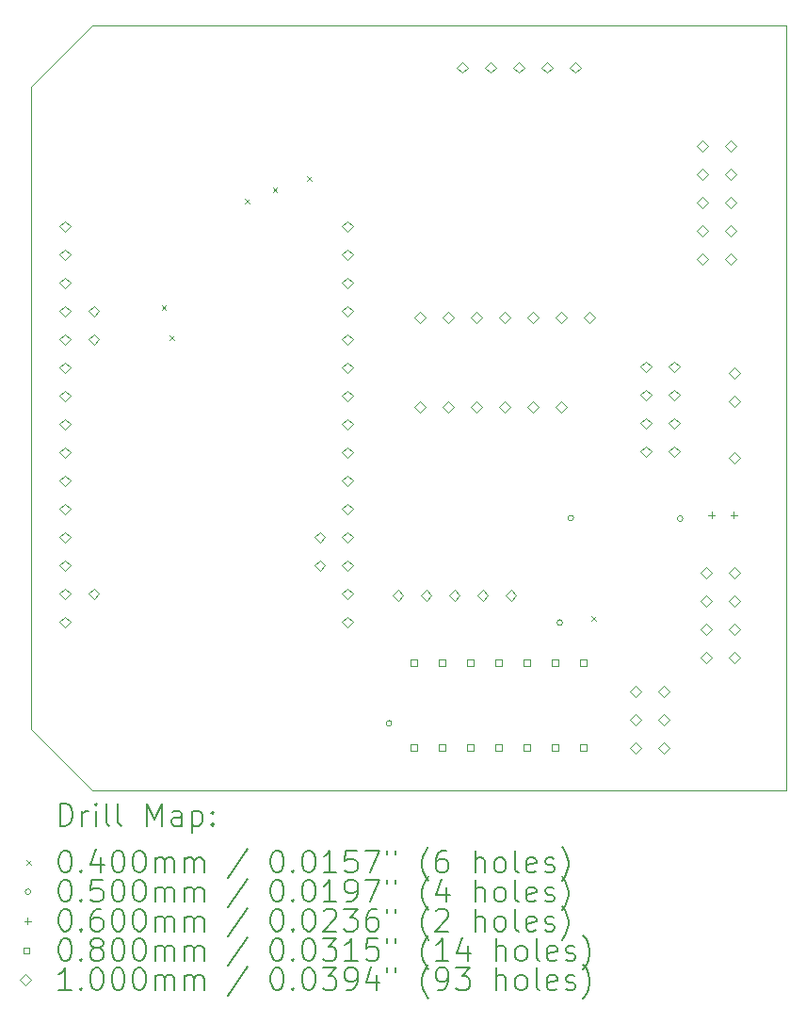
<source format=gbr>
%TF.GenerationSoftware,KiCad,Pcbnew,7.0.5*%
%TF.CreationDate,2024-02-16T17:16:37-05:00*%
%TF.ProjectId,SoyuzControlBoard,536f7975-7a43-46f6-9e74-726f6c426f61,rev?*%
%TF.SameCoordinates,Original*%
%TF.FileFunction,Drillmap*%
%TF.FilePolarity,Positive*%
%FSLAX45Y45*%
G04 Gerber Fmt 4.5, Leading zero omitted, Abs format (unit mm)*
G04 Created by KiCad (PCBNEW 7.0.5) date 2024-02-16 17:16:37*
%MOMM*%
%LPD*%
G01*
G04 APERTURE LIST*
%ADD10C,0.100000*%
%ADD11C,0.200000*%
%ADD12C,0.040000*%
%ADD13C,0.050000*%
%ADD14C,0.060000*%
%ADD15C,0.080000*%
G04 APERTURE END LIST*
D10*
X6960000Y-2000000D02*
X6410000Y-2550000D01*
X13200000Y-2000000D02*
X6960000Y-2000000D01*
X13200000Y-2000000D02*
X13200000Y-8880000D01*
X6410000Y-2550000D02*
X6410000Y-8330000D01*
X6960000Y-8880000D02*
X13200000Y-8880000D01*
X6960000Y-8880000D02*
X6410000Y-8330000D01*
D11*
D12*
X7580000Y-4520000D02*
X7620000Y-4560000D01*
X7620000Y-4520000D02*
X7580000Y-4560000D01*
X7650000Y-4790000D02*
X7690000Y-4830000D01*
X7690000Y-4790000D02*
X7650000Y-4830000D01*
X8330000Y-3560000D02*
X8370000Y-3600000D01*
X8370000Y-3560000D02*
X8330000Y-3600000D01*
X8580000Y-3460000D02*
X8620000Y-3500000D01*
X8620000Y-3460000D02*
X8580000Y-3500000D01*
X8890000Y-3360000D02*
X8930000Y-3400000D01*
X8930000Y-3360000D02*
X8890000Y-3400000D01*
X11443750Y-7310000D02*
X11483750Y-7350000D01*
X11483750Y-7310000D02*
X11443750Y-7350000D01*
D13*
X9650000Y-8275000D02*
G75*
G03*
X9650000Y-8275000I-25000J0D01*
G01*
X11185000Y-7370000D02*
G75*
G03*
X11185000Y-7370000I-25000J0D01*
G01*
X11285000Y-6430000D02*
G75*
G03*
X11285000Y-6430000I-25000J0D01*
G01*
X12269000Y-6435000D02*
G75*
G03*
X12269000Y-6435000I-25000J0D01*
G01*
D14*
X12525000Y-6375000D02*
X12525000Y-6435000D01*
X12495000Y-6405000D02*
X12555000Y-6405000D01*
X12725000Y-6375000D02*
X12725000Y-6435000D01*
X12695000Y-6405000D02*
X12755000Y-6405000D01*
D15*
X9875785Y-7758284D02*
X9875785Y-7701715D01*
X9819216Y-7701715D01*
X9819216Y-7758284D01*
X9875785Y-7758284D01*
X9875785Y-8520285D02*
X9875785Y-8463716D01*
X9819216Y-8463716D01*
X9819216Y-8520285D01*
X9875785Y-8520285D01*
X10129785Y-7758284D02*
X10129785Y-7701715D01*
X10073216Y-7701715D01*
X10073216Y-7758284D01*
X10129785Y-7758284D01*
X10129785Y-8520285D02*
X10129785Y-8463716D01*
X10073216Y-8463716D01*
X10073216Y-8520285D01*
X10129785Y-8520285D01*
X10383785Y-7758284D02*
X10383785Y-7701715D01*
X10327216Y-7701715D01*
X10327216Y-7758284D01*
X10383785Y-7758284D01*
X10383785Y-8520285D02*
X10383785Y-8463716D01*
X10327216Y-8463716D01*
X10327216Y-8520285D01*
X10383785Y-8520285D01*
X10637785Y-7758284D02*
X10637785Y-7701715D01*
X10581216Y-7701715D01*
X10581216Y-7758284D01*
X10637785Y-7758284D01*
X10637785Y-8520285D02*
X10637785Y-8463716D01*
X10581216Y-8463716D01*
X10581216Y-8520285D01*
X10637785Y-8520285D01*
X10891785Y-7758284D02*
X10891785Y-7701715D01*
X10835216Y-7701715D01*
X10835216Y-7758284D01*
X10891785Y-7758284D01*
X10891785Y-8520285D02*
X10891785Y-8463716D01*
X10835216Y-8463716D01*
X10835216Y-8520285D01*
X10891785Y-8520285D01*
X11145785Y-7758284D02*
X11145785Y-7701715D01*
X11089216Y-7701715D01*
X11089216Y-7758284D01*
X11145785Y-7758284D01*
X11145785Y-8520285D02*
X11145785Y-8463716D01*
X11089216Y-8463716D01*
X11089216Y-8520285D01*
X11145785Y-8520285D01*
X11399784Y-7758284D02*
X11399784Y-7701715D01*
X11343215Y-7701715D01*
X11343215Y-7758284D01*
X11399784Y-7758284D01*
X11399784Y-8520285D02*
X11399784Y-8463716D01*
X11343215Y-8463716D01*
X11343215Y-8520285D01*
X11399784Y-8520285D01*
D10*
X6713950Y-3860000D02*
X6763950Y-3810000D01*
X6713950Y-3760000D01*
X6663950Y-3810000D01*
X6713950Y-3860000D01*
X6713950Y-4114000D02*
X6763950Y-4064000D01*
X6713950Y-4014000D01*
X6663950Y-4064000D01*
X6713950Y-4114000D01*
X6713950Y-4368000D02*
X6763950Y-4318000D01*
X6713950Y-4268000D01*
X6663950Y-4318000D01*
X6713950Y-4368000D01*
X6713950Y-4622000D02*
X6763950Y-4572000D01*
X6713950Y-4522000D01*
X6663950Y-4572000D01*
X6713950Y-4622000D01*
X6713950Y-4876000D02*
X6763950Y-4826000D01*
X6713950Y-4776000D01*
X6663950Y-4826000D01*
X6713950Y-4876000D01*
X6713950Y-5130000D02*
X6763950Y-5080000D01*
X6713950Y-5030000D01*
X6663950Y-5080000D01*
X6713950Y-5130000D01*
X6713950Y-5384000D02*
X6763950Y-5334000D01*
X6713950Y-5284000D01*
X6663950Y-5334000D01*
X6713950Y-5384000D01*
X6713950Y-5638000D02*
X6763950Y-5588000D01*
X6713950Y-5538000D01*
X6663950Y-5588000D01*
X6713950Y-5638000D01*
X6713950Y-5892000D02*
X6763950Y-5842000D01*
X6713950Y-5792000D01*
X6663950Y-5842000D01*
X6713950Y-5892000D01*
X6713950Y-6146000D02*
X6763950Y-6096000D01*
X6713950Y-6046000D01*
X6663950Y-6096000D01*
X6713950Y-6146000D01*
X6713950Y-6400000D02*
X6763950Y-6350000D01*
X6713950Y-6300000D01*
X6663950Y-6350000D01*
X6713950Y-6400000D01*
X6713950Y-6654000D02*
X6763950Y-6604000D01*
X6713950Y-6554000D01*
X6663950Y-6604000D01*
X6713950Y-6654000D01*
X6713950Y-6908000D02*
X6763950Y-6858000D01*
X6713950Y-6808000D01*
X6663950Y-6858000D01*
X6713950Y-6908000D01*
X6713950Y-7162000D02*
X6763950Y-7112000D01*
X6713950Y-7062000D01*
X6663950Y-7112000D01*
X6713950Y-7162000D01*
X6713950Y-7416000D02*
X6763950Y-7366000D01*
X6713950Y-7316000D01*
X6663950Y-7366000D01*
X6713950Y-7416000D01*
X6970000Y-4622000D02*
X7020000Y-4572000D01*
X6970000Y-4522000D01*
X6920000Y-4572000D01*
X6970000Y-4622000D01*
X6970000Y-4876000D02*
X7020000Y-4826000D01*
X6970000Y-4776000D01*
X6920000Y-4826000D01*
X6970000Y-4876000D01*
X6970000Y-7162000D02*
X7020000Y-7112000D01*
X6970000Y-7062000D01*
X6920000Y-7112000D01*
X6970000Y-7162000D01*
X9002000Y-6654000D02*
X9052000Y-6604000D01*
X9002000Y-6554000D01*
X8952000Y-6604000D01*
X9002000Y-6654000D01*
X9002000Y-6908000D02*
X9052000Y-6858000D01*
X9002000Y-6808000D01*
X8952000Y-6858000D01*
X9002000Y-6908000D01*
X9253950Y-3860000D02*
X9303950Y-3810000D01*
X9253950Y-3760000D01*
X9203950Y-3810000D01*
X9253950Y-3860000D01*
X9253950Y-4114000D02*
X9303950Y-4064000D01*
X9253950Y-4014000D01*
X9203950Y-4064000D01*
X9253950Y-4114000D01*
X9253950Y-4368000D02*
X9303950Y-4318000D01*
X9253950Y-4268000D01*
X9203950Y-4318000D01*
X9253950Y-4368000D01*
X9253950Y-4622000D02*
X9303950Y-4572000D01*
X9253950Y-4522000D01*
X9203950Y-4572000D01*
X9253950Y-4622000D01*
X9253950Y-4876000D02*
X9303950Y-4826000D01*
X9253950Y-4776000D01*
X9203950Y-4826000D01*
X9253950Y-4876000D01*
X9253950Y-5130000D02*
X9303950Y-5080000D01*
X9253950Y-5030000D01*
X9203950Y-5080000D01*
X9253950Y-5130000D01*
X9253950Y-5384000D02*
X9303950Y-5334000D01*
X9253950Y-5284000D01*
X9203950Y-5334000D01*
X9253950Y-5384000D01*
X9253950Y-5638000D02*
X9303950Y-5588000D01*
X9253950Y-5538000D01*
X9203950Y-5588000D01*
X9253950Y-5638000D01*
X9253950Y-5892000D02*
X9303950Y-5842000D01*
X9253950Y-5792000D01*
X9203950Y-5842000D01*
X9253950Y-5892000D01*
X9253950Y-6146000D02*
X9303950Y-6096000D01*
X9253950Y-6046000D01*
X9203950Y-6096000D01*
X9253950Y-6146000D01*
X9253950Y-6400000D02*
X9303950Y-6350000D01*
X9253950Y-6300000D01*
X9203950Y-6350000D01*
X9253950Y-6400000D01*
X9253950Y-6654000D02*
X9303950Y-6604000D01*
X9253950Y-6554000D01*
X9203950Y-6604000D01*
X9253950Y-6654000D01*
X9253950Y-6908000D02*
X9303950Y-6858000D01*
X9253950Y-6808000D01*
X9203950Y-6858000D01*
X9253950Y-6908000D01*
X9253950Y-7162000D02*
X9303950Y-7112000D01*
X9253950Y-7062000D01*
X9203950Y-7112000D01*
X9253950Y-7162000D01*
X9253950Y-7416000D02*
X9303950Y-7366000D01*
X9253950Y-7316000D01*
X9203950Y-7366000D01*
X9253950Y-7416000D01*
X9705000Y-7172500D02*
X9755000Y-7122500D01*
X9705000Y-7072500D01*
X9655000Y-7122500D01*
X9705000Y-7172500D01*
X9906000Y-4680000D02*
X9956000Y-4630000D01*
X9906000Y-4580000D01*
X9856000Y-4630000D01*
X9906000Y-4680000D01*
X9906000Y-5480520D02*
X9956000Y-5430520D01*
X9906000Y-5380520D01*
X9856000Y-5430520D01*
X9906000Y-5480520D01*
X9959000Y-7172500D02*
X10009000Y-7122500D01*
X9959000Y-7072500D01*
X9909000Y-7122500D01*
X9959000Y-7172500D01*
X10160000Y-4680000D02*
X10210000Y-4630000D01*
X10160000Y-4580000D01*
X10110000Y-4630000D01*
X10160000Y-4680000D01*
X10160000Y-5480520D02*
X10210000Y-5430520D01*
X10160000Y-5380520D01*
X10110000Y-5430520D01*
X10160000Y-5480520D01*
X10213000Y-7172500D02*
X10263000Y-7122500D01*
X10213000Y-7072500D01*
X10163000Y-7122500D01*
X10213000Y-7172500D01*
X10282000Y-2430000D02*
X10332000Y-2380000D01*
X10282000Y-2330000D01*
X10232000Y-2380000D01*
X10282000Y-2430000D01*
X10414000Y-4680000D02*
X10464000Y-4630000D01*
X10414000Y-4580000D01*
X10364000Y-4630000D01*
X10414000Y-4680000D01*
X10414000Y-5480520D02*
X10464000Y-5430520D01*
X10414000Y-5380520D01*
X10364000Y-5430520D01*
X10414000Y-5480520D01*
X10467000Y-7172500D02*
X10517000Y-7122500D01*
X10467000Y-7072500D01*
X10417000Y-7122500D01*
X10467000Y-7172500D01*
X10536000Y-2430000D02*
X10586000Y-2380000D01*
X10536000Y-2330000D01*
X10486000Y-2380000D01*
X10536000Y-2430000D01*
X10668000Y-4680000D02*
X10718000Y-4630000D01*
X10668000Y-4580000D01*
X10618000Y-4630000D01*
X10668000Y-4680000D01*
X10668000Y-5480520D02*
X10718000Y-5430520D01*
X10668000Y-5380520D01*
X10618000Y-5430520D01*
X10668000Y-5480520D01*
X10721000Y-7172500D02*
X10771000Y-7122500D01*
X10721000Y-7072500D01*
X10671000Y-7122500D01*
X10721000Y-7172500D01*
X10790000Y-2430000D02*
X10840000Y-2380000D01*
X10790000Y-2330000D01*
X10740000Y-2380000D01*
X10790000Y-2430000D01*
X10922000Y-4680000D02*
X10972000Y-4630000D01*
X10922000Y-4580000D01*
X10872000Y-4630000D01*
X10922000Y-4680000D01*
X10922000Y-5480520D02*
X10972000Y-5430520D01*
X10922000Y-5380520D01*
X10872000Y-5430520D01*
X10922000Y-5480520D01*
X11044000Y-2430000D02*
X11094000Y-2380000D01*
X11044000Y-2330000D01*
X10994000Y-2380000D01*
X11044000Y-2430000D01*
X11176000Y-4680000D02*
X11226000Y-4630000D01*
X11176000Y-4580000D01*
X11126000Y-4630000D01*
X11176000Y-4680000D01*
X11176000Y-5480520D02*
X11226000Y-5430520D01*
X11176000Y-5380520D01*
X11126000Y-5430520D01*
X11176000Y-5480520D01*
X11298000Y-2430000D02*
X11348000Y-2380000D01*
X11298000Y-2330000D01*
X11248000Y-2380000D01*
X11298000Y-2430000D01*
X11430000Y-4680000D02*
X11480000Y-4630000D01*
X11430000Y-4580000D01*
X11380000Y-4630000D01*
X11430000Y-4680000D01*
X11840000Y-8040000D02*
X11890000Y-7990000D01*
X11840000Y-7940000D01*
X11790000Y-7990000D01*
X11840000Y-8040000D01*
X11840000Y-8294000D02*
X11890000Y-8244000D01*
X11840000Y-8194000D01*
X11790000Y-8244000D01*
X11840000Y-8294000D01*
X11840000Y-8548000D02*
X11890000Y-8498000D01*
X11840000Y-8448000D01*
X11790000Y-8498000D01*
X11840000Y-8548000D01*
X11936000Y-5122000D02*
X11986000Y-5072000D01*
X11936000Y-5022000D01*
X11886000Y-5072000D01*
X11936000Y-5122000D01*
X11936000Y-5376000D02*
X11986000Y-5326000D01*
X11936000Y-5276000D01*
X11886000Y-5326000D01*
X11936000Y-5376000D01*
X11936000Y-5630000D02*
X11986000Y-5580000D01*
X11936000Y-5530000D01*
X11886000Y-5580000D01*
X11936000Y-5630000D01*
X11936000Y-5884000D02*
X11986000Y-5834000D01*
X11936000Y-5784000D01*
X11886000Y-5834000D01*
X11936000Y-5884000D01*
X12094000Y-8040000D02*
X12144000Y-7990000D01*
X12094000Y-7940000D01*
X12044000Y-7990000D01*
X12094000Y-8040000D01*
X12094000Y-8294000D02*
X12144000Y-8244000D01*
X12094000Y-8194000D01*
X12044000Y-8244000D01*
X12094000Y-8294000D01*
X12094000Y-8548000D02*
X12144000Y-8498000D01*
X12094000Y-8448000D01*
X12044000Y-8498000D01*
X12094000Y-8548000D01*
X12190000Y-5122000D02*
X12240000Y-5072000D01*
X12190000Y-5022000D01*
X12140000Y-5072000D01*
X12190000Y-5122000D01*
X12190000Y-5376000D02*
X12240000Y-5326000D01*
X12190000Y-5276000D01*
X12140000Y-5326000D01*
X12190000Y-5376000D01*
X12190000Y-5630000D02*
X12240000Y-5580000D01*
X12190000Y-5530000D01*
X12140000Y-5580000D01*
X12190000Y-5630000D01*
X12190000Y-5884000D02*
X12240000Y-5834000D01*
X12190000Y-5784000D01*
X12140000Y-5834000D01*
X12190000Y-5884000D01*
X12446000Y-3134000D02*
X12496000Y-3084000D01*
X12446000Y-3034000D01*
X12396000Y-3084000D01*
X12446000Y-3134000D01*
X12446000Y-3388000D02*
X12496000Y-3338000D01*
X12446000Y-3288000D01*
X12396000Y-3338000D01*
X12446000Y-3388000D01*
X12446000Y-3642000D02*
X12496000Y-3592000D01*
X12446000Y-3542000D01*
X12396000Y-3592000D01*
X12446000Y-3642000D01*
X12446000Y-3896000D02*
X12496000Y-3846000D01*
X12446000Y-3796000D01*
X12396000Y-3846000D01*
X12446000Y-3896000D01*
X12446000Y-4150000D02*
X12496000Y-4100000D01*
X12446000Y-4050000D01*
X12396000Y-4100000D01*
X12446000Y-4150000D01*
X12475000Y-6970000D02*
X12525000Y-6920000D01*
X12475000Y-6870000D01*
X12425000Y-6920000D01*
X12475000Y-6970000D01*
X12475000Y-7224000D02*
X12525000Y-7174000D01*
X12475000Y-7124000D01*
X12425000Y-7174000D01*
X12475000Y-7224000D01*
X12475000Y-7478000D02*
X12525000Y-7428000D01*
X12475000Y-7378000D01*
X12425000Y-7428000D01*
X12475000Y-7478000D01*
X12475000Y-7732000D02*
X12525000Y-7682000D01*
X12475000Y-7632000D01*
X12425000Y-7682000D01*
X12475000Y-7732000D01*
X12700000Y-3134000D02*
X12750000Y-3084000D01*
X12700000Y-3034000D01*
X12650000Y-3084000D01*
X12700000Y-3134000D01*
X12700000Y-3388000D02*
X12750000Y-3338000D01*
X12700000Y-3288000D01*
X12650000Y-3338000D01*
X12700000Y-3388000D01*
X12700000Y-3642000D02*
X12750000Y-3592000D01*
X12700000Y-3542000D01*
X12650000Y-3592000D01*
X12700000Y-3642000D01*
X12700000Y-3896000D02*
X12750000Y-3846000D01*
X12700000Y-3796000D01*
X12650000Y-3846000D01*
X12700000Y-3896000D01*
X12700000Y-4150000D02*
X12750000Y-4100000D01*
X12700000Y-4050000D01*
X12650000Y-4100000D01*
X12700000Y-4150000D01*
X12729000Y-6970000D02*
X12779000Y-6920000D01*
X12729000Y-6870000D01*
X12679000Y-6920000D01*
X12729000Y-6970000D01*
X12729000Y-7224000D02*
X12779000Y-7174000D01*
X12729000Y-7124000D01*
X12679000Y-7174000D01*
X12729000Y-7224000D01*
X12729000Y-7478000D02*
X12779000Y-7428000D01*
X12729000Y-7378000D01*
X12679000Y-7428000D01*
X12729000Y-7478000D01*
X12729000Y-7732000D02*
X12779000Y-7682000D01*
X12729000Y-7632000D01*
X12679000Y-7682000D01*
X12729000Y-7732000D01*
X12730000Y-5180000D02*
X12780000Y-5130000D01*
X12730000Y-5080000D01*
X12680000Y-5130000D01*
X12730000Y-5180000D01*
X12730000Y-5434000D02*
X12780000Y-5384000D01*
X12730000Y-5334000D01*
X12680000Y-5384000D01*
X12730000Y-5434000D01*
X12730000Y-5942000D02*
X12780000Y-5892000D01*
X12730000Y-5842000D01*
X12680000Y-5892000D01*
X12730000Y-5942000D01*
D11*
X6665777Y-9196484D02*
X6665777Y-8996484D01*
X6665777Y-8996484D02*
X6713396Y-8996484D01*
X6713396Y-8996484D02*
X6741967Y-9006008D01*
X6741967Y-9006008D02*
X6761015Y-9025055D01*
X6761015Y-9025055D02*
X6770539Y-9044103D01*
X6770539Y-9044103D02*
X6780062Y-9082198D01*
X6780062Y-9082198D02*
X6780062Y-9110770D01*
X6780062Y-9110770D02*
X6770539Y-9148865D01*
X6770539Y-9148865D02*
X6761015Y-9167912D01*
X6761015Y-9167912D02*
X6741967Y-9186960D01*
X6741967Y-9186960D02*
X6713396Y-9196484D01*
X6713396Y-9196484D02*
X6665777Y-9196484D01*
X6865777Y-9196484D02*
X6865777Y-9063150D01*
X6865777Y-9101246D02*
X6875301Y-9082198D01*
X6875301Y-9082198D02*
X6884824Y-9072674D01*
X6884824Y-9072674D02*
X6903872Y-9063150D01*
X6903872Y-9063150D02*
X6922920Y-9063150D01*
X6989586Y-9196484D02*
X6989586Y-9063150D01*
X6989586Y-8996484D02*
X6980062Y-9006008D01*
X6980062Y-9006008D02*
X6989586Y-9015531D01*
X6989586Y-9015531D02*
X6999110Y-9006008D01*
X6999110Y-9006008D02*
X6989586Y-8996484D01*
X6989586Y-8996484D02*
X6989586Y-9015531D01*
X7113396Y-9196484D02*
X7094348Y-9186960D01*
X7094348Y-9186960D02*
X7084824Y-9167912D01*
X7084824Y-9167912D02*
X7084824Y-8996484D01*
X7218158Y-9196484D02*
X7199110Y-9186960D01*
X7199110Y-9186960D02*
X7189586Y-9167912D01*
X7189586Y-9167912D02*
X7189586Y-8996484D01*
X7446729Y-9196484D02*
X7446729Y-8996484D01*
X7446729Y-8996484D02*
X7513396Y-9139341D01*
X7513396Y-9139341D02*
X7580062Y-8996484D01*
X7580062Y-8996484D02*
X7580062Y-9196484D01*
X7761015Y-9196484D02*
X7761015Y-9091722D01*
X7761015Y-9091722D02*
X7751491Y-9072674D01*
X7751491Y-9072674D02*
X7732443Y-9063150D01*
X7732443Y-9063150D02*
X7694348Y-9063150D01*
X7694348Y-9063150D02*
X7675301Y-9072674D01*
X7761015Y-9186960D02*
X7741967Y-9196484D01*
X7741967Y-9196484D02*
X7694348Y-9196484D01*
X7694348Y-9196484D02*
X7675301Y-9186960D01*
X7675301Y-9186960D02*
X7665777Y-9167912D01*
X7665777Y-9167912D02*
X7665777Y-9148865D01*
X7665777Y-9148865D02*
X7675301Y-9129817D01*
X7675301Y-9129817D02*
X7694348Y-9120293D01*
X7694348Y-9120293D02*
X7741967Y-9120293D01*
X7741967Y-9120293D02*
X7761015Y-9110770D01*
X7856253Y-9063150D02*
X7856253Y-9263150D01*
X7856253Y-9072674D02*
X7875301Y-9063150D01*
X7875301Y-9063150D02*
X7913396Y-9063150D01*
X7913396Y-9063150D02*
X7932443Y-9072674D01*
X7932443Y-9072674D02*
X7941967Y-9082198D01*
X7941967Y-9082198D02*
X7951491Y-9101246D01*
X7951491Y-9101246D02*
X7951491Y-9158389D01*
X7951491Y-9158389D02*
X7941967Y-9177436D01*
X7941967Y-9177436D02*
X7932443Y-9186960D01*
X7932443Y-9186960D02*
X7913396Y-9196484D01*
X7913396Y-9196484D02*
X7875301Y-9196484D01*
X7875301Y-9196484D02*
X7856253Y-9186960D01*
X8037205Y-9177436D02*
X8046729Y-9186960D01*
X8046729Y-9186960D02*
X8037205Y-9196484D01*
X8037205Y-9196484D02*
X8027682Y-9186960D01*
X8027682Y-9186960D02*
X8037205Y-9177436D01*
X8037205Y-9177436D02*
X8037205Y-9196484D01*
X8037205Y-9072674D02*
X8046729Y-9082198D01*
X8046729Y-9082198D02*
X8037205Y-9091722D01*
X8037205Y-9091722D02*
X8027682Y-9082198D01*
X8027682Y-9082198D02*
X8037205Y-9072674D01*
X8037205Y-9072674D02*
X8037205Y-9091722D01*
D12*
X6365000Y-9505000D02*
X6405000Y-9545000D01*
X6405000Y-9505000D02*
X6365000Y-9545000D01*
D11*
X6703872Y-9416484D02*
X6722920Y-9416484D01*
X6722920Y-9416484D02*
X6741967Y-9426008D01*
X6741967Y-9426008D02*
X6751491Y-9435531D01*
X6751491Y-9435531D02*
X6761015Y-9454579D01*
X6761015Y-9454579D02*
X6770539Y-9492674D01*
X6770539Y-9492674D02*
X6770539Y-9540293D01*
X6770539Y-9540293D02*
X6761015Y-9578389D01*
X6761015Y-9578389D02*
X6751491Y-9597436D01*
X6751491Y-9597436D02*
X6741967Y-9606960D01*
X6741967Y-9606960D02*
X6722920Y-9616484D01*
X6722920Y-9616484D02*
X6703872Y-9616484D01*
X6703872Y-9616484D02*
X6684824Y-9606960D01*
X6684824Y-9606960D02*
X6675301Y-9597436D01*
X6675301Y-9597436D02*
X6665777Y-9578389D01*
X6665777Y-9578389D02*
X6656253Y-9540293D01*
X6656253Y-9540293D02*
X6656253Y-9492674D01*
X6656253Y-9492674D02*
X6665777Y-9454579D01*
X6665777Y-9454579D02*
X6675301Y-9435531D01*
X6675301Y-9435531D02*
X6684824Y-9426008D01*
X6684824Y-9426008D02*
X6703872Y-9416484D01*
X6856253Y-9597436D02*
X6865777Y-9606960D01*
X6865777Y-9606960D02*
X6856253Y-9616484D01*
X6856253Y-9616484D02*
X6846729Y-9606960D01*
X6846729Y-9606960D02*
X6856253Y-9597436D01*
X6856253Y-9597436D02*
X6856253Y-9616484D01*
X7037205Y-9483150D02*
X7037205Y-9616484D01*
X6989586Y-9406960D02*
X6941967Y-9549817D01*
X6941967Y-9549817D02*
X7065777Y-9549817D01*
X7180062Y-9416484D02*
X7199110Y-9416484D01*
X7199110Y-9416484D02*
X7218158Y-9426008D01*
X7218158Y-9426008D02*
X7227682Y-9435531D01*
X7227682Y-9435531D02*
X7237205Y-9454579D01*
X7237205Y-9454579D02*
X7246729Y-9492674D01*
X7246729Y-9492674D02*
X7246729Y-9540293D01*
X7246729Y-9540293D02*
X7237205Y-9578389D01*
X7237205Y-9578389D02*
X7227682Y-9597436D01*
X7227682Y-9597436D02*
X7218158Y-9606960D01*
X7218158Y-9606960D02*
X7199110Y-9616484D01*
X7199110Y-9616484D02*
X7180062Y-9616484D01*
X7180062Y-9616484D02*
X7161015Y-9606960D01*
X7161015Y-9606960D02*
X7151491Y-9597436D01*
X7151491Y-9597436D02*
X7141967Y-9578389D01*
X7141967Y-9578389D02*
X7132443Y-9540293D01*
X7132443Y-9540293D02*
X7132443Y-9492674D01*
X7132443Y-9492674D02*
X7141967Y-9454579D01*
X7141967Y-9454579D02*
X7151491Y-9435531D01*
X7151491Y-9435531D02*
X7161015Y-9426008D01*
X7161015Y-9426008D02*
X7180062Y-9416484D01*
X7370539Y-9416484D02*
X7389586Y-9416484D01*
X7389586Y-9416484D02*
X7408634Y-9426008D01*
X7408634Y-9426008D02*
X7418158Y-9435531D01*
X7418158Y-9435531D02*
X7427682Y-9454579D01*
X7427682Y-9454579D02*
X7437205Y-9492674D01*
X7437205Y-9492674D02*
X7437205Y-9540293D01*
X7437205Y-9540293D02*
X7427682Y-9578389D01*
X7427682Y-9578389D02*
X7418158Y-9597436D01*
X7418158Y-9597436D02*
X7408634Y-9606960D01*
X7408634Y-9606960D02*
X7389586Y-9616484D01*
X7389586Y-9616484D02*
X7370539Y-9616484D01*
X7370539Y-9616484D02*
X7351491Y-9606960D01*
X7351491Y-9606960D02*
X7341967Y-9597436D01*
X7341967Y-9597436D02*
X7332443Y-9578389D01*
X7332443Y-9578389D02*
X7322920Y-9540293D01*
X7322920Y-9540293D02*
X7322920Y-9492674D01*
X7322920Y-9492674D02*
X7332443Y-9454579D01*
X7332443Y-9454579D02*
X7341967Y-9435531D01*
X7341967Y-9435531D02*
X7351491Y-9426008D01*
X7351491Y-9426008D02*
X7370539Y-9416484D01*
X7522920Y-9616484D02*
X7522920Y-9483150D01*
X7522920Y-9502198D02*
X7532443Y-9492674D01*
X7532443Y-9492674D02*
X7551491Y-9483150D01*
X7551491Y-9483150D02*
X7580063Y-9483150D01*
X7580063Y-9483150D02*
X7599110Y-9492674D01*
X7599110Y-9492674D02*
X7608634Y-9511722D01*
X7608634Y-9511722D02*
X7608634Y-9616484D01*
X7608634Y-9511722D02*
X7618158Y-9492674D01*
X7618158Y-9492674D02*
X7637205Y-9483150D01*
X7637205Y-9483150D02*
X7665777Y-9483150D01*
X7665777Y-9483150D02*
X7684824Y-9492674D01*
X7684824Y-9492674D02*
X7694348Y-9511722D01*
X7694348Y-9511722D02*
X7694348Y-9616484D01*
X7789586Y-9616484D02*
X7789586Y-9483150D01*
X7789586Y-9502198D02*
X7799110Y-9492674D01*
X7799110Y-9492674D02*
X7818158Y-9483150D01*
X7818158Y-9483150D02*
X7846729Y-9483150D01*
X7846729Y-9483150D02*
X7865777Y-9492674D01*
X7865777Y-9492674D02*
X7875301Y-9511722D01*
X7875301Y-9511722D02*
X7875301Y-9616484D01*
X7875301Y-9511722D02*
X7884824Y-9492674D01*
X7884824Y-9492674D02*
X7903872Y-9483150D01*
X7903872Y-9483150D02*
X7932443Y-9483150D01*
X7932443Y-9483150D02*
X7951491Y-9492674D01*
X7951491Y-9492674D02*
X7961015Y-9511722D01*
X7961015Y-9511722D02*
X7961015Y-9616484D01*
X8351491Y-9406960D02*
X8180063Y-9664103D01*
X8608634Y-9416484D02*
X8627682Y-9416484D01*
X8627682Y-9416484D02*
X8646729Y-9426008D01*
X8646729Y-9426008D02*
X8656253Y-9435531D01*
X8656253Y-9435531D02*
X8665777Y-9454579D01*
X8665777Y-9454579D02*
X8675301Y-9492674D01*
X8675301Y-9492674D02*
X8675301Y-9540293D01*
X8675301Y-9540293D02*
X8665777Y-9578389D01*
X8665777Y-9578389D02*
X8656253Y-9597436D01*
X8656253Y-9597436D02*
X8646729Y-9606960D01*
X8646729Y-9606960D02*
X8627682Y-9616484D01*
X8627682Y-9616484D02*
X8608634Y-9616484D01*
X8608634Y-9616484D02*
X8589587Y-9606960D01*
X8589587Y-9606960D02*
X8580063Y-9597436D01*
X8580063Y-9597436D02*
X8570539Y-9578389D01*
X8570539Y-9578389D02*
X8561015Y-9540293D01*
X8561015Y-9540293D02*
X8561015Y-9492674D01*
X8561015Y-9492674D02*
X8570539Y-9454579D01*
X8570539Y-9454579D02*
X8580063Y-9435531D01*
X8580063Y-9435531D02*
X8589587Y-9426008D01*
X8589587Y-9426008D02*
X8608634Y-9416484D01*
X8761015Y-9597436D02*
X8770539Y-9606960D01*
X8770539Y-9606960D02*
X8761015Y-9616484D01*
X8761015Y-9616484D02*
X8751491Y-9606960D01*
X8751491Y-9606960D02*
X8761015Y-9597436D01*
X8761015Y-9597436D02*
X8761015Y-9616484D01*
X8894348Y-9416484D02*
X8913396Y-9416484D01*
X8913396Y-9416484D02*
X8932444Y-9426008D01*
X8932444Y-9426008D02*
X8941968Y-9435531D01*
X8941968Y-9435531D02*
X8951491Y-9454579D01*
X8951491Y-9454579D02*
X8961015Y-9492674D01*
X8961015Y-9492674D02*
X8961015Y-9540293D01*
X8961015Y-9540293D02*
X8951491Y-9578389D01*
X8951491Y-9578389D02*
X8941968Y-9597436D01*
X8941968Y-9597436D02*
X8932444Y-9606960D01*
X8932444Y-9606960D02*
X8913396Y-9616484D01*
X8913396Y-9616484D02*
X8894348Y-9616484D01*
X8894348Y-9616484D02*
X8875301Y-9606960D01*
X8875301Y-9606960D02*
X8865777Y-9597436D01*
X8865777Y-9597436D02*
X8856253Y-9578389D01*
X8856253Y-9578389D02*
X8846729Y-9540293D01*
X8846729Y-9540293D02*
X8846729Y-9492674D01*
X8846729Y-9492674D02*
X8856253Y-9454579D01*
X8856253Y-9454579D02*
X8865777Y-9435531D01*
X8865777Y-9435531D02*
X8875301Y-9426008D01*
X8875301Y-9426008D02*
X8894348Y-9416484D01*
X9151491Y-9616484D02*
X9037206Y-9616484D01*
X9094348Y-9616484D02*
X9094348Y-9416484D01*
X9094348Y-9416484D02*
X9075301Y-9445055D01*
X9075301Y-9445055D02*
X9056253Y-9464103D01*
X9056253Y-9464103D02*
X9037206Y-9473627D01*
X9332444Y-9416484D02*
X9237206Y-9416484D01*
X9237206Y-9416484D02*
X9227682Y-9511722D01*
X9227682Y-9511722D02*
X9237206Y-9502198D01*
X9237206Y-9502198D02*
X9256253Y-9492674D01*
X9256253Y-9492674D02*
X9303872Y-9492674D01*
X9303872Y-9492674D02*
X9322920Y-9502198D01*
X9322920Y-9502198D02*
X9332444Y-9511722D01*
X9332444Y-9511722D02*
X9341968Y-9530770D01*
X9341968Y-9530770D02*
X9341968Y-9578389D01*
X9341968Y-9578389D02*
X9332444Y-9597436D01*
X9332444Y-9597436D02*
X9322920Y-9606960D01*
X9322920Y-9606960D02*
X9303872Y-9616484D01*
X9303872Y-9616484D02*
X9256253Y-9616484D01*
X9256253Y-9616484D02*
X9237206Y-9606960D01*
X9237206Y-9606960D02*
X9227682Y-9597436D01*
X9408634Y-9416484D02*
X9541968Y-9416484D01*
X9541968Y-9416484D02*
X9456253Y-9616484D01*
X9608634Y-9416484D02*
X9608634Y-9454579D01*
X9684825Y-9416484D02*
X9684825Y-9454579D01*
X9980063Y-9692674D02*
X9970539Y-9683150D01*
X9970539Y-9683150D02*
X9951491Y-9654579D01*
X9951491Y-9654579D02*
X9941968Y-9635531D01*
X9941968Y-9635531D02*
X9932444Y-9606960D01*
X9932444Y-9606960D02*
X9922920Y-9559341D01*
X9922920Y-9559341D02*
X9922920Y-9521246D01*
X9922920Y-9521246D02*
X9932444Y-9473627D01*
X9932444Y-9473627D02*
X9941968Y-9445055D01*
X9941968Y-9445055D02*
X9951491Y-9426008D01*
X9951491Y-9426008D02*
X9970539Y-9397436D01*
X9970539Y-9397436D02*
X9980063Y-9387912D01*
X10141968Y-9416484D02*
X10103872Y-9416484D01*
X10103872Y-9416484D02*
X10084825Y-9426008D01*
X10084825Y-9426008D02*
X10075301Y-9435531D01*
X10075301Y-9435531D02*
X10056253Y-9464103D01*
X10056253Y-9464103D02*
X10046730Y-9502198D01*
X10046730Y-9502198D02*
X10046730Y-9578389D01*
X10046730Y-9578389D02*
X10056253Y-9597436D01*
X10056253Y-9597436D02*
X10065777Y-9606960D01*
X10065777Y-9606960D02*
X10084825Y-9616484D01*
X10084825Y-9616484D02*
X10122920Y-9616484D01*
X10122920Y-9616484D02*
X10141968Y-9606960D01*
X10141968Y-9606960D02*
X10151491Y-9597436D01*
X10151491Y-9597436D02*
X10161015Y-9578389D01*
X10161015Y-9578389D02*
X10161015Y-9530770D01*
X10161015Y-9530770D02*
X10151491Y-9511722D01*
X10151491Y-9511722D02*
X10141968Y-9502198D01*
X10141968Y-9502198D02*
X10122920Y-9492674D01*
X10122920Y-9492674D02*
X10084825Y-9492674D01*
X10084825Y-9492674D02*
X10065777Y-9502198D01*
X10065777Y-9502198D02*
X10056253Y-9511722D01*
X10056253Y-9511722D02*
X10046730Y-9530770D01*
X10399111Y-9616484D02*
X10399111Y-9416484D01*
X10484825Y-9616484D02*
X10484825Y-9511722D01*
X10484825Y-9511722D02*
X10475301Y-9492674D01*
X10475301Y-9492674D02*
X10456253Y-9483150D01*
X10456253Y-9483150D02*
X10427682Y-9483150D01*
X10427682Y-9483150D02*
X10408634Y-9492674D01*
X10408634Y-9492674D02*
X10399111Y-9502198D01*
X10608634Y-9616484D02*
X10589587Y-9606960D01*
X10589587Y-9606960D02*
X10580063Y-9597436D01*
X10580063Y-9597436D02*
X10570539Y-9578389D01*
X10570539Y-9578389D02*
X10570539Y-9521246D01*
X10570539Y-9521246D02*
X10580063Y-9502198D01*
X10580063Y-9502198D02*
X10589587Y-9492674D01*
X10589587Y-9492674D02*
X10608634Y-9483150D01*
X10608634Y-9483150D02*
X10637206Y-9483150D01*
X10637206Y-9483150D02*
X10656253Y-9492674D01*
X10656253Y-9492674D02*
X10665777Y-9502198D01*
X10665777Y-9502198D02*
X10675301Y-9521246D01*
X10675301Y-9521246D02*
X10675301Y-9578389D01*
X10675301Y-9578389D02*
X10665777Y-9597436D01*
X10665777Y-9597436D02*
X10656253Y-9606960D01*
X10656253Y-9606960D02*
X10637206Y-9616484D01*
X10637206Y-9616484D02*
X10608634Y-9616484D01*
X10789587Y-9616484D02*
X10770539Y-9606960D01*
X10770539Y-9606960D02*
X10761015Y-9587912D01*
X10761015Y-9587912D02*
X10761015Y-9416484D01*
X10941968Y-9606960D02*
X10922920Y-9616484D01*
X10922920Y-9616484D02*
X10884825Y-9616484D01*
X10884825Y-9616484D02*
X10865777Y-9606960D01*
X10865777Y-9606960D02*
X10856253Y-9587912D01*
X10856253Y-9587912D02*
X10856253Y-9511722D01*
X10856253Y-9511722D02*
X10865777Y-9492674D01*
X10865777Y-9492674D02*
X10884825Y-9483150D01*
X10884825Y-9483150D02*
X10922920Y-9483150D01*
X10922920Y-9483150D02*
X10941968Y-9492674D01*
X10941968Y-9492674D02*
X10951492Y-9511722D01*
X10951492Y-9511722D02*
X10951492Y-9530770D01*
X10951492Y-9530770D02*
X10856253Y-9549817D01*
X11027682Y-9606960D02*
X11046730Y-9616484D01*
X11046730Y-9616484D02*
X11084825Y-9616484D01*
X11084825Y-9616484D02*
X11103873Y-9606960D01*
X11103873Y-9606960D02*
X11113396Y-9587912D01*
X11113396Y-9587912D02*
X11113396Y-9578389D01*
X11113396Y-9578389D02*
X11103873Y-9559341D01*
X11103873Y-9559341D02*
X11084825Y-9549817D01*
X11084825Y-9549817D02*
X11056253Y-9549817D01*
X11056253Y-9549817D02*
X11037206Y-9540293D01*
X11037206Y-9540293D02*
X11027682Y-9521246D01*
X11027682Y-9521246D02*
X11027682Y-9511722D01*
X11027682Y-9511722D02*
X11037206Y-9492674D01*
X11037206Y-9492674D02*
X11056253Y-9483150D01*
X11056253Y-9483150D02*
X11084825Y-9483150D01*
X11084825Y-9483150D02*
X11103873Y-9492674D01*
X11180063Y-9692674D02*
X11189587Y-9683150D01*
X11189587Y-9683150D02*
X11208634Y-9654579D01*
X11208634Y-9654579D02*
X11218158Y-9635531D01*
X11218158Y-9635531D02*
X11227682Y-9606960D01*
X11227682Y-9606960D02*
X11237206Y-9559341D01*
X11237206Y-9559341D02*
X11237206Y-9521246D01*
X11237206Y-9521246D02*
X11227682Y-9473627D01*
X11227682Y-9473627D02*
X11218158Y-9445055D01*
X11218158Y-9445055D02*
X11208634Y-9426008D01*
X11208634Y-9426008D02*
X11189587Y-9397436D01*
X11189587Y-9397436D02*
X11180063Y-9387912D01*
D13*
X6405000Y-9789000D02*
G75*
G03*
X6405000Y-9789000I-25000J0D01*
G01*
D11*
X6703872Y-9680484D02*
X6722920Y-9680484D01*
X6722920Y-9680484D02*
X6741967Y-9690008D01*
X6741967Y-9690008D02*
X6751491Y-9699531D01*
X6751491Y-9699531D02*
X6761015Y-9718579D01*
X6761015Y-9718579D02*
X6770539Y-9756674D01*
X6770539Y-9756674D02*
X6770539Y-9804293D01*
X6770539Y-9804293D02*
X6761015Y-9842389D01*
X6761015Y-9842389D02*
X6751491Y-9861436D01*
X6751491Y-9861436D02*
X6741967Y-9870960D01*
X6741967Y-9870960D02*
X6722920Y-9880484D01*
X6722920Y-9880484D02*
X6703872Y-9880484D01*
X6703872Y-9880484D02*
X6684824Y-9870960D01*
X6684824Y-9870960D02*
X6675301Y-9861436D01*
X6675301Y-9861436D02*
X6665777Y-9842389D01*
X6665777Y-9842389D02*
X6656253Y-9804293D01*
X6656253Y-9804293D02*
X6656253Y-9756674D01*
X6656253Y-9756674D02*
X6665777Y-9718579D01*
X6665777Y-9718579D02*
X6675301Y-9699531D01*
X6675301Y-9699531D02*
X6684824Y-9690008D01*
X6684824Y-9690008D02*
X6703872Y-9680484D01*
X6856253Y-9861436D02*
X6865777Y-9870960D01*
X6865777Y-9870960D02*
X6856253Y-9880484D01*
X6856253Y-9880484D02*
X6846729Y-9870960D01*
X6846729Y-9870960D02*
X6856253Y-9861436D01*
X6856253Y-9861436D02*
X6856253Y-9880484D01*
X7046729Y-9680484D02*
X6951491Y-9680484D01*
X6951491Y-9680484D02*
X6941967Y-9775722D01*
X6941967Y-9775722D02*
X6951491Y-9766198D01*
X6951491Y-9766198D02*
X6970539Y-9756674D01*
X6970539Y-9756674D02*
X7018158Y-9756674D01*
X7018158Y-9756674D02*
X7037205Y-9766198D01*
X7037205Y-9766198D02*
X7046729Y-9775722D01*
X7046729Y-9775722D02*
X7056253Y-9794770D01*
X7056253Y-9794770D02*
X7056253Y-9842389D01*
X7056253Y-9842389D02*
X7046729Y-9861436D01*
X7046729Y-9861436D02*
X7037205Y-9870960D01*
X7037205Y-9870960D02*
X7018158Y-9880484D01*
X7018158Y-9880484D02*
X6970539Y-9880484D01*
X6970539Y-9880484D02*
X6951491Y-9870960D01*
X6951491Y-9870960D02*
X6941967Y-9861436D01*
X7180062Y-9680484D02*
X7199110Y-9680484D01*
X7199110Y-9680484D02*
X7218158Y-9690008D01*
X7218158Y-9690008D02*
X7227682Y-9699531D01*
X7227682Y-9699531D02*
X7237205Y-9718579D01*
X7237205Y-9718579D02*
X7246729Y-9756674D01*
X7246729Y-9756674D02*
X7246729Y-9804293D01*
X7246729Y-9804293D02*
X7237205Y-9842389D01*
X7237205Y-9842389D02*
X7227682Y-9861436D01*
X7227682Y-9861436D02*
X7218158Y-9870960D01*
X7218158Y-9870960D02*
X7199110Y-9880484D01*
X7199110Y-9880484D02*
X7180062Y-9880484D01*
X7180062Y-9880484D02*
X7161015Y-9870960D01*
X7161015Y-9870960D02*
X7151491Y-9861436D01*
X7151491Y-9861436D02*
X7141967Y-9842389D01*
X7141967Y-9842389D02*
X7132443Y-9804293D01*
X7132443Y-9804293D02*
X7132443Y-9756674D01*
X7132443Y-9756674D02*
X7141967Y-9718579D01*
X7141967Y-9718579D02*
X7151491Y-9699531D01*
X7151491Y-9699531D02*
X7161015Y-9690008D01*
X7161015Y-9690008D02*
X7180062Y-9680484D01*
X7370539Y-9680484D02*
X7389586Y-9680484D01*
X7389586Y-9680484D02*
X7408634Y-9690008D01*
X7408634Y-9690008D02*
X7418158Y-9699531D01*
X7418158Y-9699531D02*
X7427682Y-9718579D01*
X7427682Y-9718579D02*
X7437205Y-9756674D01*
X7437205Y-9756674D02*
X7437205Y-9804293D01*
X7437205Y-9804293D02*
X7427682Y-9842389D01*
X7427682Y-9842389D02*
X7418158Y-9861436D01*
X7418158Y-9861436D02*
X7408634Y-9870960D01*
X7408634Y-9870960D02*
X7389586Y-9880484D01*
X7389586Y-9880484D02*
X7370539Y-9880484D01*
X7370539Y-9880484D02*
X7351491Y-9870960D01*
X7351491Y-9870960D02*
X7341967Y-9861436D01*
X7341967Y-9861436D02*
X7332443Y-9842389D01*
X7332443Y-9842389D02*
X7322920Y-9804293D01*
X7322920Y-9804293D02*
X7322920Y-9756674D01*
X7322920Y-9756674D02*
X7332443Y-9718579D01*
X7332443Y-9718579D02*
X7341967Y-9699531D01*
X7341967Y-9699531D02*
X7351491Y-9690008D01*
X7351491Y-9690008D02*
X7370539Y-9680484D01*
X7522920Y-9880484D02*
X7522920Y-9747150D01*
X7522920Y-9766198D02*
X7532443Y-9756674D01*
X7532443Y-9756674D02*
X7551491Y-9747150D01*
X7551491Y-9747150D02*
X7580063Y-9747150D01*
X7580063Y-9747150D02*
X7599110Y-9756674D01*
X7599110Y-9756674D02*
X7608634Y-9775722D01*
X7608634Y-9775722D02*
X7608634Y-9880484D01*
X7608634Y-9775722D02*
X7618158Y-9756674D01*
X7618158Y-9756674D02*
X7637205Y-9747150D01*
X7637205Y-9747150D02*
X7665777Y-9747150D01*
X7665777Y-9747150D02*
X7684824Y-9756674D01*
X7684824Y-9756674D02*
X7694348Y-9775722D01*
X7694348Y-9775722D02*
X7694348Y-9880484D01*
X7789586Y-9880484D02*
X7789586Y-9747150D01*
X7789586Y-9766198D02*
X7799110Y-9756674D01*
X7799110Y-9756674D02*
X7818158Y-9747150D01*
X7818158Y-9747150D02*
X7846729Y-9747150D01*
X7846729Y-9747150D02*
X7865777Y-9756674D01*
X7865777Y-9756674D02*
X7875301Y-9775722D01*
X7875301Y-9775722D02*
X7875301Y-9880484D01*
X7875301Y-9775722D02*
X7884824Y-9756674D01*
X7884824Y-9756674D02*
X7903872Y-9747150D01*
X7903872Y-9747150D02*
X7932443Y-9747150D01*
X7932443Y-9747150D02*
X7951491Y-9756674D01*
X7951491Y-9756674D02*
X7961015Y-9775722D01*
X7961015Y-9775722D02*
X7961015Y-9880484D01*
X8351491Y-9670960D02*
X8180063Y-9928103D01*
X8608634Y-9680484D02*
X8627682Y-9680484D01*
X8627682Y-9680484D02*
X8646729Y-9690008D01*
X8646729Y-9690008D02*
X8656253Y-9699531D01*
X8656253Y-9699531D02*
X8665777Y-9718579D01*
X8665777Y-9718579D02*
X8675301Y-9756674D01*
X8675301Y-9756674D02*
X8675301Y-9804293D01*
X8675301Y-9804293D02*
X8665777Y-9842389D01*
X8665777Y-9842389D02*
X8656253Y-9861436D01*
X8656253Y-9861436D02*
X8646729Y-9870960D01*
X8646729Y-9870960D02*
X8627682Y-9880484D01*
X8627682Y-9880484D02*
X8608634Y-9880484D01*
X8608634Y-9880484D02*
X8589587Y-9870960D01*
X8589587Y-9870960D02*
X8580063Y-9861436D01*
X8580063Y-9861436D02*
X8570539Y-9842389D01*
X8570539Y-9842389D02*
X8561015Y-9804293D01*
X8561015Y-9804293D02*
X8561015Y-9756674D01*
X8561015Y-9756674D02*
X8570539Y-9718579D01*
X8570539Y-9718579D02*
X8580063Y-9699531D01*
X8580063Y-9699531D02*
X8589587Y-9690008D01*
X8589587Y-9690008D02*
X8608634Y-9680484D01*
X8761015Y-9861436D02*
X8770539Y-9870960D01*
X8770539Y-9870960D02*
X8761015Y-9880484D01*
X8761015Y-9880484D02*
X8751491Y-9870960D01*
X8751491Y-9870960D02*
X8761015Y-9861436D01*
X8761015Y-9861436D02*
X8761015Y-9880484D01*
X8894348Y-9680484D02*
X8913396Y-9680484D01*
X8913396Y-9680484D02*
X8932444Y-9690008D01*
X8932444Y-9690008D02*
X8941968Y-9699531D01*
X8941968Y-9699531D02*
X8951491Y-9718579D01*
X8951491Y-9718579D02*
X8961015Y-9756674D01*
X8961015Y-9756674D02*
X8961015Y-9804293D01*
X8961015Y-9804293D02*
X8951491Y-9842389D01*
X8951491Y-9842389D02*
X8941968Y-9861436D01*
X8941968Y-9861436D02*
X8932444Y-9870960D01*
X8932444Y-9870960D02*
X8913396Y-9880484D01*
X8913396Y-9880484D02*
X8894348Y-9880484D01*
X8894348Y-9880484D02*
X8875301Y-9870960D01*
X8875301Y-9870960D02*
X8865777Y-9861436D01*
X8865777Y-9861436D02*
X8856253Y-9842389D01*
X8856253Y-9842389D02*
X8846729Y-9804293D01*
X8846729Y-9804293D02*
X8846729Y-9756674D01*
X8846729Y-9756674D02*
X8856253Y-9718579D01*
X8856253Y-9718579D02*
X8865777Y-9699531D01*
X8865777Y-9699531D02*
X8875301Y-9690008D01*
X8875301Y-9690008D02*
X8894348Y-9680484D01*
X9151491Y-9880484D02*
X9037206Y-9880484D01*
X9094348Y-9880484D02*
X9094348Y-9680484D01*
X9094348Y-9680484D02*
X9075301Y-9709055D01*
X9075301Y-9709055D02*
X9056253Y-9728103D01*
X9056253Y-9728103D02*
X9037206Y-9737627D01*
X9246729Y-9880484D02*
X9284825Y-9880484D01*
X9284825Y-9880484D02*
X9303872Y-9870960D01*
X9303872Y-9870960D02*
X9313396Y-9861436D01*
X9313396Y-9861436D02*
X9332444Y-9832865D01*
X9332444Y-9832865D02*
X9341968Y-9794770D01*
X9341968Y-9794770D02*
X9341968Y-9718579D01*
X9341968Y-9718579D02*
X9332444Y-9699531D01*
X9332444Y-9699531D02*
X9322920Y-9690008D01*
X9322920Y-9690008D02*
X9303872Y-9680484D01*
X9303872Y-9680484D02*
X9265777Y-9680484D01*
X9265777Y-9680484D02*
X9246729Y-9690008D01*
X9246729Y-9690008D02*
X9237206Y-9699531D01*
X9237206Y-9699531D02*
X9227682Y-9718579D01*
X9227682Y-9718579D02*
X9227682Y-9766198D01*
X9227682Y-9766198D02*
X9237206Y-9785246D01*
X9237206Y-9785246D02*
X9246729Y-9794770D01*
X9246729Y-9794770D02*
X9265777Y-9804293D01*
X9265777Y-9804293D02*
X9303872Y-9804293D01*
X9303872Y-9804293D02*
X9322920Y-9794770D01*
X9322920Y-9794770D02*
X9332444Y-9785246D01*
X9332444Y-9785246D02*
X9341968Y-9766198D01*
X9408634Y-9680484D02*
X9541968Y-9680484D01*
X9541968Y-9680484D02*
X9456253Y-9880484D01*
X9608634Y-9680484D02*
X9608634Y-9718579D01*
X9684825Y-9680484D02*
X9684825Y-9718579D01*
X9980063Y-9956674D02*
X9970539Y-9947150D01*
X9970539Y-9947150D02*
X9951491Y-9918579D01*
X9951491Y-9918579D02*
X9941968Y-9899531D01*
X9941968Y-9899531D02*
X9932444Y-9870960D01*
X9932444Y-9870960D02*
X9922920Y-9823341D01*
X9922920Y-9823341D02*
X9922920Y-9785246D01*
X9922920Y-9785246D02*
X9932444Y-9737627D01*
X9932444Y-9737627D02*
X9941968Y-9709055D01*
X9941968Y-9709055D02*
X9951491Y-9690008D01*
X9951491Y-9690008D02*
X9970539Y-9661436D01*
X9970539Y-9661436D02*
X9980063Y-9651912D01*
X10141968Y-9747150D02*
X10141968Y-9880484D01*
X10094349Y-9670960D02*
X10046730Y-9813817D01*
X10046730Y-9813817D02*
X10170539Y-9813817D01*
X10399111Y-9880484D02*
X10399111Y-9680484D01*
X10484825Y-9880484D02*
X10484825Y-9775722D01*
X10484825Y-9775722D02*
X10475301Y-9756674D01*
X10475301Y-9756674D02*
X10456253Y-9747150D01*
X10456253Y-9747150D02*
X10427682Y-9747150D01*
X10427682Y-9747150D02*
X10408634Y-9756674D01*
X10408634Y-9756674D02*
X10399111Y-9766198D01*
X10608634Y-9880484D02*
X10589587Y-9870960D01*
X10589587Y-9870960D02*
X10580063Y-9861436D01*
X10580063Y-9861436D02*
X10570539Y-9842389D01*
X10570539Y-9842389D02*
X10570539Y-9785246D01*
X10570539Y-9785246D02*
X10580063Y-9766198D01*
X10580063Y-9766198D02*
X10589587Y-9756674D01*
X10589587Y-9756674D02*
X10608634Y-9747150D01*
X10608634Y-9747150D02*
X10637206Y-9747150D01*
X10637206Y-9747150D02*
X10656253Y-9756674D01*
X10656253Y-9756674D02*
X10665777Y-9766198D01*
X10665777Y-9766198D02*
X10675301Y-9785246D01*
X10675301Y-9785246D02*
X10675301Y-9842389D01*
X10675301Y-9842389D02*
X10665777Y-9861436D01*
X10665777Y-9861436D02*
X10656253Y-9870960D01*
X10656253Y-9870960D02*
X10637206Y-9880484D01*
X10637206Y-9880484D02*
X10608634Y-9880484D01*
X10789587Y-9880484D02*
X10770539Y-9870960D01*
X10770539Y-9870960D02*
X10761015Y-9851912D01*
X10761015Y-9851912D02*
X10761015Y-9680484D01*
X10941968Y-9870960D02*
X10922920Y-9880484D01*
X10922920Y-9880484D02*
X10884825Y-9880484D01*
X10884825Y-9880484D02*
X10865777Y-9870960D01*
X10865777Y-9870960D02*
X10856253Y-9851912D01*
X10856253Y-9851912D02*
X10856253Y-9775722D01*
X10856253Y-9775722D02*
X10865777Y-9756674D01*
X10865777Y-9756674D02*
X10884825Y-9747150D01*
X10884825Y-9747150D02*
X10922920Y-9747150D01*
X10922920Y-9747150D02*
X10941968Y-9756674D01*
X10941968Y-9756674D02*
X10951492Y-9775722D01*
X10951492Y-9775722D02*
X10951492Y-9794770D01*
X10951492Y-9794770D02*
X10856253Y-9813817D01*
X11027682Y-9870960D02*
X11046730Y-9880484D01*
X11046730Y-9880484D02*
X11084825Y-9880484D01*
X11084825Y-9880484D02*
X11103873Y-9870960D01*
X11103873Y-9870960D02*
X11113396Y-9851912D01*
X11113396Y-9851912D02*
X11113396Y-9842389D01*
X11113396Y-9842389D02*
X11103873Y-9823341D01*
X11103873Y-9823341D02*
X11084825Y-9813817D01*
X11084825Y-9813817D02*
X11056253Y-9813817D01*
X11056253Y-9813817D02*
X11037206Y-9804293D01*
X11037206Y-9804293D02*
X11027682Y-9785246D01*
X11027682Y-9785246D02*
X11027682Y-9775722D01*
X11027682Y-9775722D02*
X11037206Y-9756674D01*
X11037206Y-9756674D02*
X11056253Y-9747150D01*
X11056253Y-9747150D02*
X11084825Y-9747150D01*
X11084825Y-9747150D02*
X11103873Y-9756674D01*
X11180063Y-9956674D02*
X11189587Y-9947150D01*
X11189587Y-9947150D02*
X11208634Y-9918579D01*
X11208634Y-9918579D02*
X11218158Y-9899531D01*
X11218158Y-9899531D02*
X11227682Y-9870960D01*
X11227682Y-9870960D02*
X11237206Y-9823341D01*
X11237206Y-9823341D02*
X11237206Y-9785246D01*
X11237206Y-9785246D02*
X11227682Y-9737627D01*
X11227682Y-9737627D02*
X11218158Y-9709055D01*
X11218158Y-9709055D02*
X11208634Y-9690008D01*
X11208634Y-9690008D02*
X11189587Y-9661436D01*
X11189587Y-9661436D02*
X11180063Y-9651912D01*
D14*
X6375000Y-10023000D02*
X6375000Y-10083000D01*
X6345000Y-10053000D02*
X6405000Y-10053000D01*
D11*
X6703872Y-9944484D02*
X6722920Y-9944484D01*
X6722920Y-9944484D02*
X6741967Y-9954008D01*
X6741967Y-9954008D02*
X6751491Y-9963531D01*
X6751491Y-9963531D02*
X6761015Y-9982579D01*
X6761015Y-9982579D02*
X6770539Y-10020674D01*
X6770539Y-10020674D02*
X6770539Y-10068293D01*
X6770539Y-10068293D02*
X6761015Y-10106389D01*
X6761015Y-10106389D02*
X6751491Y-10125436D01*
X6751491Y-10125436D02*
X6741967Y-10134960D01*
X6741967Y-10134960D02*
X6722920Y-10144484D01*
X6722920Y-10144484D02*
X6703872Y-10144484D01*
X6703872Y-10144484D02*
X6684824Y-10134960D01*
X6684824Y-10134960D02*
X6675301Y-10125436D01*
X6675301Y-10125436D02*
X6665777Y-10106389D01*
X6665777Y-10106389D02*
X6656253Y-10068293D01*
X6656253Y-10068293D02*
X6656253Y-10020674D01*
X6656253Y-10020674D02*
X6665777Y-9982579D01*
X6665777Y-9982579D02*
X6675301Y-9963531D01*
X6675301Y-9963531D02*
X6684824Y-9954008D01*
X6684824Y-9954008D02*
X6703872Y-9944484D01*
X6856253Y-10125436D02*
X6865777Y-10134960D01*
X6865777Y-10134960D02*
X6856253Y-10144484D01*
X6856253Y-10144484D02*
X6846729Y-10134960D01*
X6846729Y-10134960D02*
X6856253Y-10125436D01*
X6856253Y-10125436D02*
X6856253Y-10144484D01*
X7037205Y-9944484D02*
X6999110Y-9944484D01*
X6999110Y-9944484D02*
X6980062Y-9954008D01*
X6980062Y-9954008D02*
X6970539Y-9963531D01*
X6970539Y-9963531D02*
X6951491Y-9992103D01*
X6951491Y-9992103D02*
X6941967Y-10030198D01*
X6941967Y-10030198D02*
X6941967Y-10106389D01*
X6941967Y-10106389D02*
X6951491Y-10125436D01*
X6951491Y-10125436D02*
X6961015Y-10134960D01*
X6961015Y-10134960D02*
X6980062Y-10144484D01*
X6980062Y-10144484D02*
X7018158Y-10144484D01*
X7018158Y-10144484D02*
X7037205Y-10134960D01*
X7037205Y-10134960D02*
X7046729Y-10125436D01*
X7046729Y-10125436D02*
X7056253Y-10106389D01*
X7056253Y-10106389D02*
X7056253Y-10058770D01*
X7056253Y-10058770D02*
X7046729Y-10039722D01*
X7046729Y-10039722D02*
X7037205Y-10030198D01*
X7037205Y-10030198D02*
X7018158Y-10020674D01*
X7018158Y-10020674D02*
X6980062Y-10020674D01*
X6980062Y-10020674D02*
X6961015Y-10030198D01*
X6961015Y-10030198D02*
X6951491Y-10039722D01*
X6951491Y-10039722D02*
X6941967Y-10058770D01*
X7180062Y-9944484D02*
X7199110Y-9944484D01*
X7199110Y-9944484D02*
X7218158Y-9954008D01*
X7218158Y-9954008D02*
X7227682Y-9963531D01*
X7227682Y-9963531D02*
X7237205Y-9982579D01*
X7237205Y-9982579D02*
X7246729Y-10020674D01*
X7246729Y-10020674D02*
X7246729Y-10068293D01*
X7246729Y-10068293D02*
X7237205Y-10106389D01*
X7237205Y-10106389D02*
X7227682Y-10125436D01*
X7227682Y-10125436D02*
X7218158Y-10134960D01*
X7218158Y-10134960D02*
X7199110Y-10144484D01*
X7199110Y-10144484D02*
X7180062Y-10144484D01*
X7180062Y-10144484D02*
X7161015Y-10134960D01*
X7161015Y-10134960D02*
X7151491Y-10125436D01*
X7151491Y-10125436D02*
X7141967Y-10106389D01*
X7141967Y-10106389D02*
X7132443Y-10068293D01*
X7132443Y-10068293D02*
X7132443Y-10020674D01*
X7132443Y-10020674D02*
X7141967Y-9982579D01*
X7141967Y-9982579D02*
X7151491Y-9963531D01*
X7151491Y-9963531D02*
X7161015Y-9954008D01*
X7161015Y-9954008D02*
X7180062Y-9944484D01*
X7370539Y-9944484D02*
X7389586Y-9944484D01*
X7389586Y-9944484D02*
X7408634Y-9954008D01*
X7408634Y-9954008D02*
X7418158Y-9963531D01*
X7418158Y-9963531D02*
X7427682Y-9982579D01*
X7427682Y-9982579D02*
X7437205Y-10020674D01*
X7437205Y-10020674D02*
X7437205Y-10068293D01*
X7437205Y-10068293D02*
X7427682Y-10106389D01*
X7427682Y-10106389D02*
X7418158Y-10125436D01*
X7418158Y-10125436D02*
X7408634Y-10134960D01*
X7408634Y-10134960D02*
X7389586Y-10144484D01*
X7389586Y-10144484D02*
X7370539Y-10144484D01*
X7370539Y-10144484D02*
X7351491Y-10134960D01*
X7351491Y-10134960D02*
X7341967Y-10125436D01*
X7341967Y-10125436D02*
X7332443Y-10106389D01*
X7332443Y-10106389D02*
X7322920Y-10068293D01*
X7322920Y-10068293D02*
X7322920Y-10020674D01*
X7322920Y-10020674D02*
X7332443Y-9982579D01*
X7332443Y-9982579D02*
X7341967Y-9963531D01*
X7341967Y-9963531D02*
X7351491Y-9954008D01*
X7351491Y-9954008D02*
X7370539Y-9944484D01*
X7522920Y-10144484D02*
X7522920Y-10011150D01*
X7522920Y-10030198D02*
X7532443Y-10020674D01*
X7532443Y-10020674D02*
X7551491Y-10011150D01*
X7551491Y-10011150D02*
X7580063Y-10011150D01*
X7580063Y-10011150D02*
X7599110Y-10020674D01*
X7599110Y-10020674D02*
X7608634Y-10039722D01*
X7608634Y-10039722D02*
X7608634Y-10144484D01*
X7608634Y-10039722D02*
X7618158Y-10020674D01*
X7618158Y-10020674D02*
X7637205Y-10011150D01*
X7637205Y-10011150D02*
X7665777Y-10011150D01*
X7665777Y-10011150D02*
X7684824Y-10020674D01*
X7684824Y-10020674D02*
X7694348Y-10039722D01*
X7694348Y-10039722D02*
X7694348Y-10144484D01*
X7789586Y-10144484D02*
X7789586Y-10011150D01*
X7789586Y-10030198D02*
X7799110Y-10020674D01*
X7799110Y-10020674D02*
X7818158Y-10011150D01*
X7818158Y-10011150D02*
X7846729Y-10011150D01*
X7846729Y-10011150D02*
X7865777Y-10020674D01*
X7865777Y-10020674D02*
X7875301Y-10039722D01*
X7875301Y-10039722D02*
X7875301Y-10144484D01*
X7875301Y-10039722D02*
X7884824Y-10020674D01*
X7884824Y-10020674D02*
X7903872Y-10011150D01*
X7903872Y-10011150D02*
X7932443Y-10011150D01*
X7932443Y-10011150D02*
X7951491Y-10020674D01*
X7951491Y-10020674D02*
X7961015Y-10039722D01*
X7961015Y-10039722D02*
X7961015Y-10144484D01*
X8351491Y-9934960D02*
X8180063Y-10192103D01*
X8608634Y-9944484D02*
X8627682Y-9944484D01*
X8627682Y-9944484D02*
X8646729Y-9954008D01*
X8646729Y-9954008D02*
X8656253Y-9963531D01*
X8656253Y-9963531D02*
X8665777Y-9982579D01*
X8665777Y-9982579D02*
X8675301Y-10020674D01*
X8675301Y-10020674D02*
X8675301Y-10068293D01*
X8675301Y-10068293D02*
X8665777Y-10106389D01*
X8665777Y-10106389D02*
X8656253Y-10125436D01*
X8656253Y-10125436D02*
X8646729Y-10134960D01*
X8646729Y-10134960D02*
X8627682Y-10144484D01*
X8627682Y-10144484D02*
X8608634Y-10144484D01*
X8608634Y-10144484D02*
X8589587Y-10134960D01*
X8589587Y-10134960D02*
X8580063Y-10125436D01*
X8580063Y-10125436D02*
X8570539Y-10106389D01*
X8570539Y-10106389D02*
X8561015Y-10068293D01*
X8561015Y-10068293D02*
X8561015Y-10020674D01*
X8561015Y-10020674D02*
X8570539Y-9982579D01*
X8570539Y-9982579D02*
X8580063Y-9963531D01*
X8580063Y-9963531D02*
X8589587Y-9954008D01*
X8589587Y-9954008D02*
X8608634Y-9944484D01*
X8761015Y-10125436D02*
X8770539Y-10134960D01*
X8770539Y-10134960D02*
X8761015Y-10144484D01*
X8761015Y-10144484D02*
X8751491Y-10134960D01*
X8751491Y-10134960D02*
X8761015Y-10125436D01*
X8761015Y-10125436D02*
X8761015Y-10144484D01*
X8894348Y-9944484D02*
X8913396Y-9944484D01*
X8913396Y-9944484D02*
X8932444Y-9954008D01*
X8932444Y-9954008D02*
X8941968Y-9963531D01*
X8941968Y-9963531D02*
X8951491Y-9982579D01*
X8951491Y-9982579D02*
X8961015Y-10020674D01*
X8961015Y-10020674D02*
X8961015Y-10068293D01*
X8961015Y-10068293D02*
X8951491Y-10106389D01*
X8951491Y-10106389D02*
X8941968Y-10125436D01*
X8941968Y-10125436D02*
X8932444Y-10134960D01*
X8932444Y-10134960D02*
X8913396Y-10144484D01*
X8913396Y-10144484D02*
X8894348Y-10144484D01*
X8894348Y-10144484D02*
X8875301Y-10134960D01*
X8875301Y-10134960D02*
X8865777Y-10125436D01*
X8865777Y-10125436D02*
X8856253Y-10106389D01*
X8856253Y-10106389D02*
X8846729Y-10068293D01*
X8846729Y-10068293D02*
X8846729Y-10020674D01*
X8846729Y-10020674D02*
X8856253Y-9982579D01*
X8856253Y-9982579D02*
X8865777Y-9963531D01*
X8865777Y-9963531D02*
X8875301Y-9954008D01*
X8875301Y-9954008D02*
X8894348Y-9944484D01*
X9037206Y-9963531D02*
X9046729Y-9954008D01*
X9046729Y-9954008D02*
X9065777Y-9944484D01*
X9065777Y-9944484D02*
X9113396Y-9944484D01*
X9113396Y-9944484D02*
X9132444Y-9954008D01*
X9132444Y-9954008D02*
X9141968Y-9963531D01*
X9141968Y-9963531D02*
X9151491Y-9982579D01*
X9151491Y-9982579D02*
X9151491Y-10001627D01*
X9151491Y-10001627D02*
X9141968Y-10030198D01*
X9141968Y-10030198D02*
X9027682Y-10144484D01*
X9027682Y-10144484D02*
X9151491Y-10144484D01*
X9218158Y-9944484D02*
X9341968Y-9944484D01*
X9341968Y-9944484D02*
X9275301Y-10020674D01*
X9275301Y-10020674D02*
X9303872Y-10020674D01*
X9303872Y-10020674D02*
X9322920Y-10030198D01*
X9322920Y-10030198D02*
X9332444Y-10039722D01*
X9332444Y-10039722D02*
X9341968Y-10058770D01*
X9341968Y-10058770D02*
X9341968Y-10106389D01*
X9341968Y-10106389D02*
X9332444Y-10125436D01*
X9332444Y-10125436D02*
X9322920Y-10134960D01*
X9322920Y-10134960D02*
X9303872Y-10144484D01*
X9303872Y-10144484D02*
X9246729Y-10144484D01*
X9246729Y-10144484D02*
X9227682Y-10134960D01*
X9227682Y-10134960D02*
X9218158Y-10125436D01*
X9513396Y-9944484D02*
X9475301Y-9944484D01*
X9475301Y-9944484D02*
X9456253Y-9954008D01*
X9456253Y-9954008D02*
X9446729Y-9963531D01*
X9446729Y-9963531D02*
X9427682Y-9992103D01*
X9427682Y-9992103D02*
X9418158Y-10030198D01*
X9418158Y-10030198D02*
X9418158Y-10106389D01*
X9418158Y-10106389D02*
X9427682Y-10125436D01*
X9427682Y-10125436D02*
X9437206Y-10134960D01*
X9437206Y-10134960D02*
X9456253Y-10144484D01*
X9456253Y-10144484D02*
X9494349Y-10144484D01*
X9494349Y-10144484D02*
X9513396Y-10134960D01*
X9513396Y-10134960D02*
X9522920Y-10125436D01*
X9522920Y-10125436D02*
X9532444Y-10106389D01*
X9532444Y-10106389D02*
X9532444Y-10058770D01*
X9532444Y-10058770D02*
X9522920Y-10039722D01*
X9522920Y-10039722D02*
X9513396Y-10030198D01*
X9513396Y-10030198D02*
X9494349Y-10020674D01*
X9494349Y-10020674D02*
X9456253Y-10020674D01*
X9456253Y-10020674D02*
X9437206Y-10030198D01*
X9437206Y-10030198D02*
X9427682Y-10039722D01*
X9427682Y-10039722D02*
X9418158Y-10058770D01*
X9608634Y-9944484D02*
X9608634Y-9982579D01*
X9684825Y-9944484D02*
X9684825Y-9982579D01*
X9980063Y-10220674D02*
X9970539Y-10211150D01*
X9970539Y-10211150D02*
X9951491Y-10182579D01*
X9951491Y-10182579D02*
X9941968Y-10163531D01*
X9941968Y-10163531D02*
X9932444Y-10134960D01*
X9932444Y-10134960D02*
X9922920Y-10087341D01*
X9922920Y-10087341D02*
X9922920Y-10049246D01*
X9922920Y-10049246D02*
X9932444Y-10001627D01*
X9932444Y-10001627D02*
X9941968Y-9973055D01*
X9941968Y-9973055D02*
X9951491Y-9954008D01*
X9951491Y-9954008D02*
X9970539Y-9925436D01*
X9970539Y-9925436D02*
X9980063Y-9915912D01*
X10046730Y-9963531D02*
X10056253Y-9954008D01*
X10056253Y-9954008D02*
X10075301Y-9944484D01*
X10075301Y-9944484D02*
X10122920Y-9944484D01*
X10122920Y-9944484D02*
X10141968Y-9954008D01*
X10141968Y-9954008D02*
X10151491Y-9963531D01*
X10151491Y-9963531D02*
X10161015Y-9982579D01*
X10161015Y-9982579D02*
X10161015Y-10001627D01*
X10161015Y-10001627D02*
X10151491Y-10030198D01*
X10151491Y-10030198D02*
X10037206Y-10144484D01*
X10037206Y-10144484D02*
X10161015Y-10144484D01*
X10399111Y-10144484D02*
X10399111Y-9944484D01*
X10484825Y-10144484D02*
X10484825Y-10039722D01*
X10484825Y-10039722D02*
X10475301Y-10020674D01*
X10475301Y-10020674D02*
X10456253Y-10011150D01*
X10456253Y-10011150D02*
X10427682Y-10011150D01*
X10427682Y-10011150D02*
X10408634Y-10020674D01*
X10408634Y-10020674D02*
X10399111Y-10030198D01*
X10608634Y-10144484D02*
X10589587Y-10134960D01*
X10589587Y-10134960D02*
X10580063Y-10125436D01*
X10580063Y-10125436D02*
X10570539Y-10106389D01*
X10570539Y-10106389D02*
X10570539Y-10049246D01*
X10570539Y-10049246D02*
X10580063Y-10030198D01*
X10580063Y-10030198D02*
X10589587Y-10020674D01*
X10589587Y-10020674D02*
X10608634Y-10011150D01*
X10608634Y-10011150D02*
X10637206Y-10011150D01*
X10637206Y-10011150D02*
X10656253Y-10020674D01*
X10656253Y-10020674D02*
X10665777Y-10030198D01*
X10665777Y-10030198D02*
X10675301Y-10049246D01*
X10675301Y-10049246D02*
X10675301Y-10106389D01*
X10675301Y-10106389D02*
X10665777Y-10125436D01*
X10665777Y-10125436D02*
X10656253Y-10134960D01*
X10656253Y-10134960D02*
X10637206Y-10144484D01*
X10637206Y-10144484D02*
X10608634Y-10144484D01*
X10789587Y-10144484D02*
X10770539Y-10134960D01*
X10770539Y-10134960D02*
X10761015Y-10115912D01*
X10761015Y-10115912D02*
X10761015Y-9944484D01*
X10941968Y-10134960D02*
X10922920Y-10144484D01*
X10922920Y-10144484D02*
X10884825Y-10144484D01*
X10884825Y-10144484D02*
X10865777Y-10134960D01*
X10865777Y-10134960D02*
X10856253Y-10115912D01*
X10856253Y-10115912D02*
X10856253Y-10039722D01*
X10856253Y-10039722D02*
X10865777Y-10020674D01*
X10865777Y-10020674D02*
X10884825Y-10011150D01*
X10884825Y-10011150D02*
X10922920Y-10011150D01*
X10922920Y-10011150D02*
X10941968Y-10020674D01*
X10941968Y-10020674D02*
X10951492Y-10039722D01*
X10951492Y-10039722D02*
X10951492Y-10058770D01*
X10951492Y-10058770D02*
X10856253Y-10077817D01*
X11027682Y-10134960D02*
X11046730Y-10144484D01*
X11046730Y-10144484D02*
X11084825Y-10144484D01*
X11084825Y-10144484D02*
X11103873Y-10134960D01*
X11103873Y-10134960D02*
X11113396Y-10115912D01*
X11113396Y-10115912D02*
X11113396Y-10106389D01*
X11113396Y-10106389D02*
X11103873Y-10087341D01*
X11103873Y-10087341D02*
X11084825Y-10077817D01*
X11084825Y-10077817D02*
X11056253Y-10077817D01*
X11056253Y-10077817D02*
X11037206Y-10068293D01*
X11037206Y-10068293D02*
X11027682Y-10049246D01*
X11027682Y-10049246D02*
X11027682Y-10039722D01*
X11027682Y-10039722D02*
X11037206Y-10020674D01*
X11037206Y-10020674D02*
X11056253Y-10011150D01*
X11056253Y-10011150D02*
X11084825Y-10011150D01*
X11084825Y-10011150D02*
X11103873Y-10020674D01*
X11180063Y-10220674D02*
X11189587Y-10211150D01*
X11189587Y-10211150D02*
X11208634Y-10182579D01*
X11208634Y-10182579D02*
X11218158Y-10163531D01*
X11218158Y-10163531D02*
X11227682Y-10134960D01*
X11227682Y-10134960D02*
X11237206Y-10087341D01*
X11237206Y-10087341D02*
X11237206Y-10049246D01*
X11237206Y-10049246D02*
X11227682Y-10001627D01*
X11227682Y-10001627D02*
X11218158Y-9973055D01*
X11218158Y-9973055D02*
X11208634Y-9954008D01*
X11208634Y-9954008D02*
X11189587Y-9925436D01*
X11189587Y-9925436D02*
X11180063Y-9915912D01*
D15*
X6393284Y-10345285D02*
X6393284Y-10288716D01*
X6336715Y-10288716D01*
X6336715Y-10345285D01*
X6393284Y-10345285D01*
D11*
X6703872Y-10208484D02*
X6722920Y-10208484D01*
X6722920Y-10208484D02*
X6741967Y-10218008D01*
X6741967Y-10218008D02*
X6751491Y-10227531D01*
X6751491Y-10227531D02*
X6761015Y-10246579D01*
X6761015Y-10246579D02*
X6770539Y-10284674D01*
X6770539Y-10284674D02*
X6770539Y-10332293D01*
X6770539Y-10332293D02*
X6761015Y-10370389D01*
X6761015Y-10370389D02*
X6751491Y-10389436D01*
X6751491Y-10389436D02*
X6741967Y-10398960D01*
X6741967Y-10398960D02*
X6722920Y-10408484D01*
X6722920Y-10408484D02*
X6703872Y-10408484D01*
X6703872Y-10408484D02*
X6684824Y-10398960D01*
X6684824Y-10398960D02*
X6675301Y-10389436D01*
X6675301Y-10389436D02*
X6665777Y-10370389D01*
X6665777Y-10370389D02*
X6656253Y-10332293D01*
X6656253Y-10332293D02*
X6656253Y-10284674D01*
X6656253Y-10284674D02*
X6665777Y-10246579D01*
X6665777Y-10246579D02*
X6675301Y-10227531D01*
X6675301Y-10227531D02*
X6684824Y-10218008D01*
X6684824Y-10218008D02*
X6703872Y-10208484D01*
X6856253Y-10389436D02*
X6865777Y-10398960D01*
X6865777Y-10398960D02*
X6856253Y-10408484D01*
X6856253Y-10408484D02*
X6846729Y-10398960D01*
X6846729Y-10398960D02*
X6856253Y-10389436D01*
X6856253Y-10389436D02*
X6856253Y-10408484D01*
X6980062Y-10294198D02*
X6961015Y-10284674D01*
X6961015Y-10284674D02*
X6951491Y-10275150D01*
X6951491Y-10275150D02*
X6941967Y-10256103D01*
X6941967Y-10256103D02*
X6941967Y-10246579D01*
X6941967Y-10246579D02*
X6951491Y-10227531D01*
X6951491Y-10227531D02*
X6961015Y-10218008D01*
X6961015Y-10218008D02*
X6980062Y-10208484D01*
X6980062Y-10208484D02*
X7018158Y-10208484D01*
X7018158Y-10208484D02*
X7037205Y-10218008D01*
X7037205Y-10218008D02*
X7046729Y-10227531D01*
X7046729Y-10227531D02*
X7056253Y-10246579D01*
X7056253Y-10246579D02*
X7056253Y-10256103D01*
X7056253Y-10256103D02*
X7046729Y-10275150D01*
X7046729Y-10275150D02*
X7037205Y-10284674D01*
X7037205Y-10284674D02*
X7018158Y-10294198D01*
X7018158Y-10294198D02*
X6980062Y-10294198D01*
X6980062Y-10294198D02*
X6961015Y-10303722D01*
X6961015Y-10303722D02*
X6951491Y-10313246D01*
X6951491Y-10313246D02*
X6941967Y-10332293D01*
X6941967Y-10332293D02*
X6941967Y-10370389D01*
X6941967Y-10370389D02*
X6951491Y-10389436D01*
X6951491Y-10389436D02*
X6961015Y-10398960D01*
X6961015Y-10398960D02*
X6980062Y-10408484D01*
X6980062Y-10408484D02*
X7018158Y-10408484D01*
X7018158Y-10408484D02*
X7037205Y-10398960D01*
X7037205Y-10398960D02*
X7046729Y-10389436D01*
X7046729Y-10389436D02*
X7056253Y-10370389D01*
X7056253Y-10370389D02*
X7056253Y-10332293D01*
X7056253Y-10332293D02*
X7046729Y-10313246D01*
X7046729Y-10313246D02*
X7037205Y-10303722D01*
X7037205Y-10303722D02*
X7018158Y-10294198D01*
X7180062Y-10208484D02*
X7199110Y-10208484D01*
X7199110Y-10208484D02*
X7218158Y-10218008D01*
X7218158Y-10218008D02*
X7227682Y-10227531D01*
X7227682Y-10227531D02*
X7237205Y-10246579D01*
X7237205Y-10246579D02*
X7246729Y-10284674D01*
X7246729Y-10284674D02*
X7246729Y-10332293D01*
X7246729Y-10332293D02*
X7237205Y-10370389D01*
X7237205Y-10370389D02*
X7227682Y-10389436D01*
X7227682Y-10389436D02*
X7218158Y-10398960D01*
X7218158Y-10398960D02*
X7199110Y-10408484D01*
X7199110Y-10408484D02*
X7180062Y-10408484D01*
X7180062Y-10408484D02*
X7161015Y-10398960D01*
X7161015Y-10398960D02*
X7151491Y-10389436D01*
X7151491Y-10389436D02*
X7141967Y-10370389D01*
X7141967Y-10370389D02*
X7132443Y-10332293D01*
X7132443Y-10332293D02*
X7132443Y-10284674D01*
X7132443Y-10284674D02*
X7141967Y-10246579D01*
X7141967Y-10246579D02*
X7151491Y-10227531D01*
X7151491Y-10227531D02*
X7161015Y-10218008D01*
X7161015Y-10218008D02*
X7180062Y-10208484D01*
X7370539Y-10208484D02*
X7389586Y-10208484D01*
X7389586Y-10208484D02*
X7408634Y-10218008D01*
X7408634Y-10218008D02*
X7418158Y-10227531D01*
X7418158Y-10227531D02*
X7427682Y-10246579D01*
X7427682Y-10246579D02*
X7437205Y-10284674D01*
X7437205Y-10284674D02*
X7437205Y-10332293D01*
X7437205Y-10332293D02*
X7427682Y-10370389D01*
X7427682Y-10370389D02*
X7418158Y-10389436D01*
X7418158Y-10389436D02*
X7408634Y-10398960D01*
X7408634Y-10398960D02*
X7389586Y-10408484D01*
X7389586Y-10408484D02*
X7370539Y-10408484D01*
X7370539Y-10408484D02*
X7351491Y-10398960D01*
X7351491Y-10398960D02*
X7341967Y-10389436D01*
X7341967Y-10389436D02*
X7332443Y-10370389D01*
X7332443Y-10370389D02*
X7322920Y-10332293D01*
X7322920Y-10332293D02*
X7322920Y-10284674D01*
X7322920Y-10284674D02*
X7332443Y-10246579D01*
X7332443Y-10246579D02*
X7341967Y-10227531D01*
X7341967Y-10227531D02*
X7351491Y-10218008D01*
X7351491Y-10218008D02*
X7370539Y-10208484D01*
X7522920Y-10408484D02*
X7522920Y-10275150D01*
X7522920Y-10294198D02*
X7532443Y-10284674D01*
X7532443Y-10284674D02*
X7551491Y-10275150D01*
X7551491Y-10275150D02*
X7580063Y-10275150D01*
X7580063Y-10275150D02*
X7599110Y-10284674D01*
X7599110Y-10284674D02*
X7608634Y-10303722D01*
X7608634Y-10303722D02*
X7608634Y-10408484D01*
X7608634Y-10303722D02*
X7618158Y-10284674D01*
X7618158Y-10284674D02*
X7637205Y-10275150D01*
X7637205Y-10275150D02*
X7665777Y-10275150D01*
X7665777Y-10275150D02*
X7684824Y-10284674D01*
X7684824Y-10284674D02*
X7694348Y-10303722D01*
X7694348Y-10303722D02*
X7694348Y-10408484D01*
X7789586Y-10408484D02*
X7789586Y-10275150D01*
X7789586Y-10294198D02*
X7799110Y-10284674D01*
X7799110Y-10284674D02*
X7818158Y-10275150D01*
X7818158Y-10275150D02*
X7846729Y-10275150D01*
X7846729Y-10275150D02*
X7865777Y-10284674D01*
X7865777Y-10284674D02*
X7875301Y-10303722D01*
X7875301Y-10303722D02*
X7875301Y-10408484D01*
X7875301Y-10303722D02*
X7884824Y-10284674D01*
X7884824Y-10284674D02*
X7903872Y-10275150D01*
X7903872Y-10275150D02*
X7932443Y-10275150D01*
X7932443Y-10275150D02*
X7951491Y-10284674D01*
X7951491Y-10284674D02*
X7961015Y-10303722D01*
X7961015Y-10303722D02*
X7961015Y-10408484D01*
X8351491Y-10198960D02*
X8180063Y-10456103D01*
X8608634Y-10208484D02*
X8627682Y-10208484D01*
X8627682Y-10208484D02*
X8646729Y-10218008D01*
X8646729Y-10218008D02*
X8656253Y-10227531D01*
X8656253Y-10227531D02*
X8665777Y-10246579D01*
X8665777Y-10246579D02*
X8675301Y-10284674D01*
X8675301Y-10284674D02*
X8675301Y-10332293D01*
X8675301Y-10332293D02*
X8665777Y-10370389D01*
X8665777Y-10370389D02*
X8656253Y-10389436D01*
X8656253Y-10389436D02*
X8646729Y-10398960D01*
X8646729Y-10398960D02*
X8627682Y-10408484D01*
X8627682Y-10408484D02*
X8608634Y-10408484D01*
X8608634Y-10408484D02*
X8589587Y-10398960D01*
X8589587Y-10398960D02*
X8580063Y-10389436D01*
X8580063Y-10389436D02*
X8570539Y-10370389D01*
X8570539Y-10370389D02*
X8561015Y-10332293D01*
X8561015Y-10332293D02*
X8561015Y-10284674D01*
X8561015Y-10284674D02*
X8570539Y-10246579D01*
X8570539Y-10246579D02*
X8580063Y-10227531D01*
X8580063Y-10227531D02*
X8589587Y-10218008D01*
X8589587Y-10218008D02*
X8608634Y-10208484D01*
X8761015Y-10389436D02*
X8770539Y-10398960D01*
X8770539Y-10398960D02*
X8761015Y-10408484D01*
X8761015Y-10408484D02*
X8751491Y-10398960D01*
X8751491Y-10398960D02*
X8761015Y-10389436D01*
X8761015Y-10389436D02*
X8761015Y-10408484D01*
X8894348Y-10208484D02*
X8913396Y-10208484D01*
X8913396Y-10208484D02*
X8932444Y-10218008D01*
X8932444Y-10218008D02*
X8941968Y-10227531D01*
X8941968Y-10227531D02*
X8951491Y-10246579D01*
X8951491Y-10246579D02*
X8961015Y-10284674D01*
X8961015Y-10284674D02*
X8961015Y-10332293D01*
X8961015Y-10332293D02*
X8951491Y-10370389D01*
X8951491Y-10370389D02*
X8941968Y-10389436D01*
X8941968Y-10389436D02*
X8932444Y-10398960D01*
X8932444Y-10398960D02*
X8913396Y-10408484D01*
X8913396Y-10408484D02*
X8894348Y-10408484D01*
X8894348Y-10408484D02*
X8875301Y-10398960D01*
X8875301Y-10398960D02*
X8865777Y-10389436D01*
X8865777Y-10389436D02*
X8856253Y-10370389D01*
X8856253Y-10370389D02*
X8846729Y-10332293D01*
X8846729Y-10332293D02*
X8846729Y-10284674D01*
X8846729Y-10284674D02*
X8856253Y-10246579D01*
X8856253Y-10246579D02*
X8865777Y-10227531D01*
X8865777Y-10227531D02*
X8875301Y-10218008D01*
X8875301Y-10218008D02*
X8894348Y-10208484D01*
X9027682Y-10208484D02*
X9151491Y-10208484D01*
X9151491Y-10208484D02*
X9084825Y-10284674D01*
X9084825Y-10284674D02*
X9113396Y-10284674D01*
X9113396Y-10284674D02*
X9132444Y-10294198D01*
X9132444Y-10294198D02*
X9141968Y-10303722D01*
X9141968Y-10303722D02*
X9151491Y-10322770D01*
X9151491Y-10322770D02*
X9151491Y-10370389D01*
X9151491Y-10370389D02*
X9141968Y-10389436D01*
X9141968Y-10389436D02*
X9132444Y-10398960D01*
X9132444Y-10398960D02*
X9113396Y-10408484D01*
X9113396Y-10408484D02*
X9056253Y-10408484D01*
X9056253Y-10408484D02*
X9037206Y-10398960D01*
X9037206Y-10398960D02*
X9027682Y-10389436D01*
X9341968Y-10408484D02*
X9227682Y-10408484D01*
X9284825Y-10408484D02*
X9284825Y-10208484D01*
X9284825Y-10208484D02*
X9265777Y-10237055D01*
X9265777Y-10237055D02*
X9246729Y-10256103D01*
X9246729Y-10256103D02*
X9227682Y-10265627D01*
X9522920Y-10208484D02*
X9427682Y-10208484D01*
X9427682Y-10208484D02*
X9418158Y-10303722D01*
X9418158Y-10303722D02*
X9427682Y-10294198D01*
X9427682Y-10294198D02*
X9446729Y-10284674D01*
X9446729Y-10284674D02*
X9494349Y-10284674D01*
X9494349Y-10284674D02*
X9513396Y-10294198D01*
X9513396Y-10294198D02*
X9522920Y-10303722D01*
X9522920Y-10303722D02*
X9532444Y-10322770D01*
X9532444Y-10322770D02*
X9532444Y-10370389D01*
X9532444Y-10370389D02*
X9522920Y-10389436D01*
X9522920Y-10389436D02*
X9513396Y-10398960D01*
X9513396Y-10398960D02*
X9494349Y-10408484D01*
X9494349Y-10408484D02*
X9446729Y-10408484D01*
X9446729Y-10408484D02*
X9427682Y-10398960D01*
X9427682Y-10398960D02*
X9418158Y-10389436D01*
X9608634Y-10208484D02*
X9608634Y-10246579D01*
X9684825Y-10208484D02*
X9684825Y-10246579D01*
X9980063Y-10484674D02*
X9970539Y-10475150D01*
X9970539Y-10475150D02*
X9951491Y-10446579D01*
X9951491Y-10446579D02*
X9941968Y-10427531D01*
X9941968Y-10427531D02*
X9932444Y-10398960D01*
X9932444Y-10398960D02*
X9922920Y-10351341D01*
X9922920Y-10351341D02*
X9922920Y-10313246D01*
X9922920Y-10313246D02*
X9932444Y-10265627D01*
X9932444Y-10265627D02*
X9941968Y-10237055D01*
X9941968Y-10237055D02*
X9951491Y-10218008D01*
X9951491Y-10218008D02*
X9970539Y-10189436D01*
X9970539Y-10189436D02*
X9980063Y-10179912D01*
X10161015Y-10408484D02*
X10046730Y-10408484D01*
X10103872Y-10408484D02*
X10103872Y-10208484D01*
X10103872Y-10208484D02*
X10084825Y-10237055D01*
X10084825Y-10237055D02*
X10065777Y-10256103D01*
X10065777Y-10256103D02*
X10046730Y-10265627D01*
X10332444Y-10275150D02*
X10332444Y-10408484D01*
X10284825Y-10198960D02*
X10237206Y-10341817D01*
X10237206Y-10341817D02*
X10361015Y-10341817D01*
X10589587Y-10408484D02*
X10589587Y-10208484D01*
X10675301Y-10408484D02*
X10675301Y-10303722D01*
X10675301Y-10303722D02*
X10665777Y-10284674D01*
X10665777Y-10284674D02*
X10646730Y-10275150D01*
X10646730Y-10275150D02*
X10618158Y-10275150D01*
X10618158Y-10275150D02*
X10599111Y-10284674D01*
X10599111Y-10284674D02*
X10589587Y-10294198D01*
X10799111Y-10408484D02*
X10780063Y-10398960D01*
X10780063Y-10398960D02*
X10770539Y-10389436D01*
X10770539Y-10389436D02*
X10761015Y-10370389D01*
X10761015Y-10370389D02*
X10761015Y-10313246D01*
X10761015Y-10313246D02*
X10770539Y-10294198D01*
X10770539Y-10294198D02*
X10780063Y-10284674D01*
X10780063Y-10284674D02*
X10799111Y-10275150D01*
X10799111Y-10275150D02*
X10827682Y-10275150D01*
X10827682Y-10275150D02*
X10846730Y-10284674D01*
X10846730Y-10284674D02*
X10856253Y-10294198D01*
X10856253Y-10294198D02*
X10865777Y-10313246D01*
X10865777Y-10313246D02*
X10865777Y-10370389D01*
X10865777Y-10370389D02*
X10856253Y-10389436D01*
X10856253Y-10389436D02*
X10846730Y-10398960D01*
X10846730Y-10398960D02*
X10827682Y-10408484D01*
X10827682Y-10408484D02*
X10799111Y-10408484D01*
X10980063Y-10408484D02*
X10961015Y-10398960D01*
X10961015Y-10398960D02*
X10951492Y-10379912D01*
X10951492Y-10379912D02*
X10951492Y-10208484D01*
X11132444Y-10398960D02*
X11113396Y-10408484D01*
X11113396Y-10408484D02*
X11075301Y-10408484D01*
X11075301Y-10408484D02*
X11056253Y-10398960D01*
X11056253Y-10398960D02*
X11046730Y-10379912D01*
X11046730Y-10379912D02*
X11046730Y-10303722D01*
X11046730Y-10303722D02*
X11056253Y-10284674D01*
X11056253Y-10284674D02*
X11075301Y-10275150D01*
X11075301Y-10275150D02*
X11113396Y-10275150D01*
X11113396Y-10275150D02*
X11132444Y-10284674D01*
X11132444Y-10284674D02*
X11141968Y-10303722D01*
X11141968Y-10303722D02*
X11141968Y-10322770D01*
X11141968Y-10322770D02*
X11046730Y-10341817D01*
X11218158Y-10398960D02*
X11237206Y-10408484D01*
X11237206Y-10408484D02*
X11275301Y-10408484D01*
X11275301Y-10408484D02*
X11294349Y-10398960D01*
X11294349Y-10398960D02*
X11303872Y-10379912D01*
X11303872Y-10379912D02*
X11303872Y-10370389D01*
X11303872Y-10370389D02*
X11294349Y-10351341D01*
X11294349Y-10351341D02*
X11275301Y-10341817D01*
X11275301Y-10341817D02*
X11246730Y-10341817D01*
X11246730Y-10341817D02*
X11227682Y-10332293D01*
X11227682Y-10332293D02*
X11218158Y-10313246D01*
X11218158Y-10313246D02*
X11218158Y-10303722D01*
X11218158Y-10303722D02*
X11227682Y-10284674D01*
X11227682Y-10284674D02*
X11246730Y-10275150D01*
X11246730Y-10275150D02*
X11275301Y-10275150D01*
X11275301Y-10275150D02*
X11294349Y-10284674D01*
X11370539Y-10484674D02*
X11380063Y-10475150D01*
X11380063Y-10475150D02*
X11399111Y-10446579D01*
X11399111Y-10446579D02*
X11408634Y-10427531D01*
X11408634Y-10427531D02*
X11418158Y-10398960D01*
X11418158Y-10398960D02*
X11427682Y-10351341D01*
X11427682Y-10351341D02*
X11427682Y-10313246D01*
X11427682Y-10313246D02*
X11418158Y-10265627D01*
X11418158Y-10265627D02*
X11408634Y-10237055D01*
X11408634Y-10237055D02*
X11399111Y-10218008D01*
X11399111Y-10218008D02*
X11380063Y-10189436D01*
X11380063Y-10189436D02*
X11370539Y-10179912D01*
D10*
X6355000Y-10631000D02*
X6405000Y-10581000D01*
X6355000Y-10531000D01*
X6305000Y-10581000D01*
X6355000Y-10631000D01*
D11*
X6770539Y-10672484D02*
X6656253Y-10672484D01*
X6713396Y-10672484D02*
X6713396Y-10472484D01*
X6713396Y-10472484D02*
X6694348Y-10501055D01*
X6694348Y-10501055D02*
X6675301Y-10520103D01*
X6675301Y-10520103D02*
X6656253Y-10529627D01*
X6856253Y-10653436D02*
X6865777Y-10662960D01*
X6865777Y-10662960D02*
X6856253Y-10672484D01*
X6856253Y-10672484D02*
X6846729Y-10662960D01*
X6846729Y-10662960D02*
X6856253Y-10653436D01*
X6856253Y-10653436D02*
X6856253Y-10672484D01*
X6989586Y-10472484D02*
X7008634Y-10472484D01*
X7008634Y-10472484D02*
X7027682Y-10482008D01*
X7027682Y-10482008D02*
X7037205Y-10491531D01*
X7037205Y-10491531D02*
X7046729Y-10510579D01*
X7046729Y-10510579D02*
X7056253Y-10548674D01*
X7056253Y-10548674D02*
X7056253Y-10596293D01*
X7056253Y-10596293D02*
X7046729Y-10634389D01*
X7046729Y-10634389D02*
X7037205Y-10653436D01*
X7037205Y-10653436D02*
X7027682Y-10662960D01*
X7027682Y-10662960D02*
X7008634Y-10672484D01*
X7008634Y-10672484D02*
X6989586Y-10672484D01*
X6989586Y-10672484D02*
X6970539Y-10662960D01*
X6970539Y-10662960D02*
X6961015Y-10653436D01*
X6961015Y-10653436D02*
X6951491Y-10634389D01*
X6951491Y-10634389D02*
X6941967Y-10596293D01*
X6941967Y-10596293D02*
X6941967Y-10548674D01*
X6941967Y-10548674D02*
X6951491Y-10510579D01*
X6951491Y-10510579D02*
X6961015Y-10491531D01*
X6961015Y-10491531D02*
X6970539Y-10482008D01*
X6970539Y-10482008D02*
X6989586Y-10472484D01*
X7180062Y-10472484D02*
X7199110Y-10472484D01*
X7199110Y-10472484D02*
X7218158Y-10482008D01*
X7218158Y-10482008D02*
X7227682Y-10491531D01*
X7227682Y-10491531D02*
X7237205Y-10510579D01*
X7237205Y-10510579D02*
X7246729Y-10548674D01*
X7246729Y-10548674D02*
X7246729Y-10596293D01*
X7246729Y-10596293D02*
X7237205Y-10634389D01*
X7237205Y-10634389D02*
X7227682Y-10653436D01*
X7227682Y-10653436D02*
X7218158Y-10662960D01*
X7218158Y-10662960D02*
X7199110Y-10672484D01*
X7199110Y-10672484D02*
X7180062Y-10672484D01*
X7180062Y-10672484D02*
X7161015Y-10662960D01*
X7161015Y-10662960D02*
X7151491Y-10653436D01*
X7151491Y-10653436D02*
X7141967Y-10634389D01*
X7141967Y-10634389D02*
X7132443Y-10596293D01*
X7132443Y-10596293D02*
X7132443Y-10548674D01*
X7132443Y-10548674D02*
X7141967Y-10510579D01*
X7141967Y-10510579D02*
X7151491Y-10491531D01*
X7151491Y-10491531D02*
X7161015Y-10482008D01*
X7161015Y-10482008D02*
X7180062Y-10472484D01*
X7370539Y-10472484D02*
X7389586Y-10472484D01*
X7389586Y-10472484D02*
X7408634Y-10482008D01*
X7408634Y-10482008D02*
X7418158Y-10491531D01*
X7418158Y-10491531D02*
X7427682Y-10510579D01*
X7427682Y-10510579D02*
X7437205Y-10548674D01*
X7437205Y-10548674D02*
X7437205Y-10596293D01*
X7437205Y-10596293D02*
X7427682Y-10634389D01*
X7427682Y-10634389D02*
X7418158Y-10653436D01*
X7418158Y-10653436D02*
X7408634Y-10662960D01*
X7408634Y-10662960D02*
X7389586Y-10672484D01*
X7389586Y-10672484D02*
X7370539Y-10672484D01*
X7370539Y-10672484D02*
X7351491Y-10662960D01*
X7351491Y-10662960D02*
X7341967Y-10653436D01*
X7341967Y-10653436D02*
X7332443Y-10634389D01*
X7332443Y-10634389D02*
X7322920Y-10596293D01*
X7322920Y-10596293D02*
X7322920Y-10548674D01*
X7322920Y-10548674D02*
X7332443Y-10510579D01*
X7332443Y-10510579D02*
X7341967Y-10491531D01*
X7341967Y-10491531D02*
X7351491Y-10482008D01*
X7351491Y-10482008D02*
X7370539Y-10472484D01*
X7522920Y-10672484D02*
X7522920Y-10539150D01*
X7522920Y-10558198D02*
X7532443Y-10548674D01*
X7532443Y-10548674D02*
X7551491Y-10539150D01*
X7551491Y-10539150D02*
X7580063Y-10539150D01*
X7580063Y-10539150D02*
X7599110Y-10548674D01*
X7599110Y-10548674D02*
X7608634Y-10567722D01*
X7608634Y-10567722D02*
X7608634Y-10672484D01*
X7608634Y-10567722D02*
X7618158Y-10548674D01*
X7618158Y-10548674D02*
X7637205Y-10539150D01*
X7637205Y-10539150D02*
X7665777Y-10539150D01*
X7665777Y-10539150D02*
X7684824Y-10548674D01*
X7684824Y-10548674D02*
X7694348Y-10567722D01*
X7694348Y-10567722D02*
X7694348Y-10672484D01*
X7789586Y-10672484D02*
X7789586Y-10539150D01*
X7789586Y-10558198D02*
X7799110Y-10548674D01*
X7799110Y-10548674D02*
X7818158Y-10539150D01*
X7818158Y-10539150D02*
X7846729Y-10539150D01*
X7846729Y-10539150D02*
X7865777Y-10548674D01*
X7865777Y-10548674D02*
X7875301Y-10567722D01*
X7875301Y-10567722D02*
X7875301Y-10672484D01*
X7875301Y-10567722D02*
X7884824Y-10548674D01*
X7884824Y-10548674D02*
X7903872Y-10539150D01*
X7903872Y-10539150D02*
X7932443Y-10539150D01*
X7932443Y-10539150D02*
X7951491Y-10548674D01*
X7951491Y-10548674D02*
X7961015Y-10567722D01*
X7961015Y-10567722D02*
X7961015Y-10672484D01*
X8351491Y-10462960D02*
X8180063Y-10720103D01*
X8608634Y-10472484D02*
X8627682Y-10472484D01*
X8627682Y-10472484D02*
X8646729Y-10482008D01*
X8646729Y-10482008D02*
X8656253Y-10491531D01*
X8656253Y-10491531D02*
X8665777Y-10510579D01*
X8665777Y-10510579D02*
X8675301Y-10548674D01*
X8675301Y-10548674D02*
X8675301Y-10596293D01*
X8675301Y-10596293D02*
X8665777Y-10634389D01*
X8665777Y-10634389D02*
X8656253Y-10653436D01*
X8656253Y-10653436D02*
X8646729Y-10662960D01*
X8646729Y-10662960D02*
X8627682Y-10672484D01*
X8627682Y-10672484D02*
X8608634Y-10672484D01*
X8608634Y-10672484D02*
X8589587Y-10662960D01*
X8589587Y-10662960D02*
X8580063Y-10653436D01*
X8580063Y-10653436D02*
X8570539Y-10634389D01*
X8570539Y-10634389D02*
X8561015Y-10596293D01*
X8561015Y-10596293D02*
X8561015Y-10548674D01*
X8561015Y-10548674D02*
X8570539Y-10510579D01*
X8570539Y-10510579D02*
X8580063Y-10491531D01*
X8580063Y-10491531D02*
X8589587Y-10482008D01*
X8589587Y-10482008D02*
X8608634Y-10472484D01*
X8761015Y-10653436D02*
X8770539Y-10662960D01*
X8770539Y-10662960D02*
X8761015Y-10672484D01*
X8761015Y-10672484D02*
X8751491Y-10662960D01*
X8751491Y-10662960D02*
X8761015Y-10653436D01*
X8761015Y-10653436D02*
X8761015Y-10672484D01*
X8894348Y-10472484D02*
X8913396Y-10472484D01*
X8913396Y-10472484D02*
X8932444Y-10482008D01*
X8932444Y-10482008D02*
X8941968Y-10491531D01*
X8941968Y-10491531D02*
X8951491Y-10510579D01*
X8951491Y-10510579D02*
X8961015Y-10548674D01*
X8961015Y-10548674D02*
X8961015Y-10596293D01*
X8961015Y-10596293D02*
X8951491Y-10634389D01*
X8951491Y-10634389D02*
X8941968Y-10653436D01*
X8941968Y-10653436D02*
X8932444Y-10662960D01*
X8932444Y-10662960D02*
X8913396Y-10672484D01*
X8913396Y-10672484D02*
X8894348Y-10672484D01*
X8894348Y-10672484D02*
X8875301Y-10662960D01*
X8875301Y-10662960D02*
X8865777Y-10653436D01*
X8865777Y-10653436D02*
X8856253Y-10634389D01*
X8856253Y-10634389D02*
X8846729Y-10596293D01*
X8846729Y-10596293D02*
X8846729Y-10548674D01*
X8846729Y-10548674D02*
X8856253Y-10510579D01*
X8856253Y-10510579D02*
X8865777Y-10491531D01*
X8865777Y-10491531D02*
X8875301Y-10482008D01*
X8875301Y-10482008D02*
X8894348Y-10472484D01*
X9027682Y-10472484D02*
X9151491Y-10472484D01*
X9151491Y-10472484D02*
X9084825Y-10548674D01*
X9084825Y-10548674D02*
X9113396Y-10548674D01*
X9113396Y-10548674D02*
X9132444Y-10558198D01*
X9132444Y-10558198D02*
X9141968Y-10567722D01*
X9141968Y-10567722D02*
X9151491Y-10586770D01*
X9151491Y-10586770D02*
X9151491Y-10634389D01*
X9151491Y-10634389D02*
X9141968Y-10653436D01*
X9141968Y-10653436D02*
X9132444Y-10662960D01*
X9132444Y-10662960D02*
X9113396Y-10672484D01*
X9113396Y-10672484D02*
X9056253Y-10672484D01*
X9056253Y-10672484D02*
X9037206Y-10662960D01*
X9037206Y-10662960D02*
X9027682Y-10653436D01*
X9246729Y-10672484D02*
X9284825Y-10672484D01*
X9284825Y-10672484D02*
X9303872Y-10662960D01*
X9303872Y-10662960D02*
X9313396Y-10653436D01*
X9313396Y-10653436D02*
X9332444Y-10624865D01*
X9332444Y-10624865D02*
X9341968Y-10586770D01*
X9341968Y-10586770D02*
X9341968Y-10510579D01*
X9341968Y-10510579D02*
X9332444Y-10491531D01*
X9332444Y-10491531D02*
X9322920Y-10482008D01*
X9322920Y-10482008D02*
X9303872Y-10472484D01*
X9303872Y-10472484D02*
X9265777Y-10472484D01*
X9265777Y-10472484D02*
X9246729Y-10482008D01*
X9246729Y-10482008D02*
X9237206Y-10491531D01*
X9237206Y-10491531D02*
X9227682Y-10510579D01*
X9227682Y-10510579D02*
X9227682Y-10558198D01*
X9227682Y-10558198D02*
X9237206Y-10577246D01*
X9237206Y-10577246D02*
X9246729Y-10586770D01*
X9246729Y-10586770D02*
X9265777Y-10596293D01*
X9265777Y-10596293D02*
X9303872Y-10596293D01*
X9303872Y-10596293D02*
X9322920Y-10586770D01*
X9322920Y-10586770D02*
X9332444Y-10577246D01*
X9332444Y-10577246D02*
X9341968Y-10558198D01*
X9513396Y-10539150D02*
X9513396Y-10672484D01*
X9465777Y-10462960D02*
X9418158Y-10605817D01*
X9418158Y-10605817D02*
X9541968Y-10605817D01*
X9608634Y-10472484D02*
X9608634Y-10510579D01*
X9684825Y-10472484D02*
X9684825Y-10510579D01*
X9980063Y-10748674D02*
X9970539Y-10739150D01*
X9970539Y-10739150D02*
X9951491Y-10710579D01*
X9951491Y-10710579D02*
X9941968Y-10691531D01*
X9941968Y-10691531D02*
X9932444Y-10662960D01*
X9932444Y-10662960D02*
X9922920Y-10615341D01*
X9922920Y-10615341D02*
X9922920Y-10577246D01*
X9922920Y-10577246D02*
X9932444Y-10529627D01*
X9932444Y-10529627D02*
X9941968Y-10501055D01*
X9941968Y-10501055D02*
X9951491Y-10482008D01*
X9951491Y-10482008D02*
X9970539Y-10453436D01*
X9970539Y-10453436D02*
X9980063Y-10443912D01*
X10065777Y-10672484D02*
X10103872Y-10672484D01*
X10103872Y-10672484D02*
X10122920Y-10662960D01*
X10122920Y-10662960D02*
X10132444Y-10653436D01*
X10132444Y-10653436D02*
X10151491Y-10624865D01*
X10151491Y-10624865D02*
X10161015Y-10586770D01*
X10161015Y-10586770D02*
X10161015Y-10510579D01*
X10161015Y-10510579D02*
X10151491Y-10491531D01*
X10151491Y-10491531D02*
X10141968Y-10482008D01*
X10141968Y-10482008D02*
X10122920Y-10472484D01*
X10122920Y-10472484D02*
X10084825Y-10472484D01*
X10084825Y-10472484D02*
X10065777Y-10482008D01*
X10065777Y-10482008D02*
X10056253Y-10491531D01*
X10056253Y-10491531D02*
X10046730Y-10510579D01*
X10046730Y-10510579D02*
X10046730Y-10558198D01*
X10046730Y-10558198D02*
X10056253Y-10577246D01*
X10056253Y-10577246D02*
X10065777Y-10586770D01*
X10065777Y-10586770D02*
X10084825Y-10596293D01*
X10084825Y-10596293D02*
X10122920Y-10596293D01*
X10122920Y-10596293D02*
X10141968Y-10586770D01*
X10141968Y-10586770D02*
X10151491Y-10577246D01*
X10151491Y-10577246D02*
X10161015Y-10558198D01*
X10227682Y-10472484D02*
X10351491Y-10472484D01*
X10351491Y-10472484D02*
X10284825Y-10548674D01*
X10284825Y-10548674D02*
X10313396Y-10548674D01*
X10313396Y-10548674D02*
X10332444Y-10558198D01*
X10332444Y-10558198D02*
X10341968Y-10567722D01*
X10341968Y-10567722D02*
X10351491Y-10586770D01*
X10351491Y-10586770D02*
X10351491Y-10634389D01*
X10351491Y-10634389D02*
X10341968Y-10653436D01*
X10341968Y-10653436D02*
X10332444Y-10662960D01*
X10332444Y-10662960D02*
X10313396Y-10672484D01*
X10313396Y-10672484D02*
X10256253Y-10672484D01*
X10256253Y-10672484D02*
X10237206Y-10662960D01*
X10237206Y-10662960D02*
X10227682Y-10653436D01*
X10589587Y-10672484D02*
X10589587Y-10472484D01*
X10675301Y-10672484D02*
X10675301Y-10567722D01*
X10675301Y-10567722D02*
X10665777Y-10548674D01*
X10665777Y-10548674D02*
X10646730Y-10539150D01*
X10646730Y-10539150D02*
X10618158Y-10539150D01*
X10618158Y-10539150D02*
X10599111Y-10548674D01*
X10599111Y-10548674D02*
X10589587Y-10558198D01*
X10799111Y-10672484D02*
X10780063Y-10662960D01*
X10780063Y-10662960D02*
X10770539Y-10653436D01*
X10770539Y-10653436D02*
X10761015Y-10634389D01*
X10761015Y-10634389D02*
X10761015Y-10577246D01*
X10761015Y-10577246D02*
X10770539Y-10558198D01*
X10770539Y-10558198D02*
X10780063Y-10548674D01*
X10780063Y-10548674D02*
X10799111Y-10539150D01*
X10799111Y-10539150D02*
X10827682Y-10539150D01*
X10827682Y-10539150D02*
X10846730Y-10548674D01*
X10846730Y-10548674D02*
X10856253Y-10558198D01*
X10856253Y-10558198D02*
X10865777Y-10577246D01*
X10865777Y-10577246D02*
X10865777Y-10634389D01*
X10865777Y-10634389D02*
X10856253Y-10653436D01*
X10856253Y-10653436D02*
X10846730Y-10662960D01*
X10846730Y-10662960D02*
X10827682Y-10672484D01*
X10827682Y-10672484D02*
X10799111Y-10672484D01*
X10980063Y-10672484D02*
X10961015Y-10662960D01*
X10961015Y-10662960D02*
X10951492Y-10643912D01*
X10951492Y-10643912D02*
X10951492Y-10472484D01*
X11132444Y-10662960D02*
X11113396Y-10672484D01*
X11113396Y-10672484D02*
X11075301Y-10672484D01*
X11075301Y-10672484D02*
X11056253Y-10662960D01*
X11056253Y-10662960D02*
X11046730Y-10643912D01*
X11046730Y-10643912D02*
X11046730Y-10567722D01*
X11046730Y-10567722D02*
X11056253Y-10548674D01*
X11056253Y-10548674D02*
X11075301Y-10539150D01*
X11075301Y-10539150D02*
X11113396Y-10539150D01*
X11113396Y-10539150D02*
X11132444Y-10548674D01*
X11132444Y-10548674D02*
X11141968Y-10567722D01*
X11141968Y-10567722D02*
X11141968Y-10586770D01*
X11141968Y-10586770D02*
X11046730Y-10605817D01*
X11218158Y-10662960D02*
X11237206Y-10672484D01*
X11237206Y-10672484D02*
X11275301Y-10672484D01*
X11275301Y-10672484D02*
X11294349Y-10662960D01*
X11294349Y-10662960D02*
X11303872Y-10643912D01*
X11303872Y-10643912D02*
X11303872Y-10634389D01*
X11303872Y-10634389D02*
X11294349Y-10615341D01*
X11294349Y-10615341D02*
X11275301Y-10605817D01*
X11275301Y-10605817D02*
X11246730Y-10605817D01*
X11246730Y-10605817D02*
X11227682Y-10596293D01*
X11227682Y-10596293D02*
X11218158Y-10577246D01*
X11218158Y-10577246D02*
X11218158Y-10567722D01*
X11218158Y-10567722D02*
X11227682Y-10548674D01*
X11227682Y-10548674D02*
X11246730Y-10539150D01*
X11246730Y-10539150D02*
X11275301Y-10539150D01*
X11275301Y-10539150D02*
X11294349Y-10548674D01*
X11370539Y-10748674D02*
X11380063Y-10739150D01*
X11380063Y-10739150D02*
X11399111Y-10710579D01*
X11399111Y-10710579D02*
X11408634Y-10691531D01*
X11408634Y-10691531D02*
X11418158Y-10662960D01*
X11418158Y-10662960D02*
X11427682Y-10615341D01*
X11427682Y-10615341D02*
X11427682Y-10577246D01*
X11427682Y-10577246D02*
X11418158Y-10529627D01*
X11418158Y-10529627D02*
X11408634Y-10501055D01*
X11408634Y-10501055D02*
X11399111Y-10482008D01*
X11399111Y-10482008D02*
X11380063Y-10453436D01*
X11380063Y-10453436D02*
X11370539Y-10443912D01*
M02*

</source>
